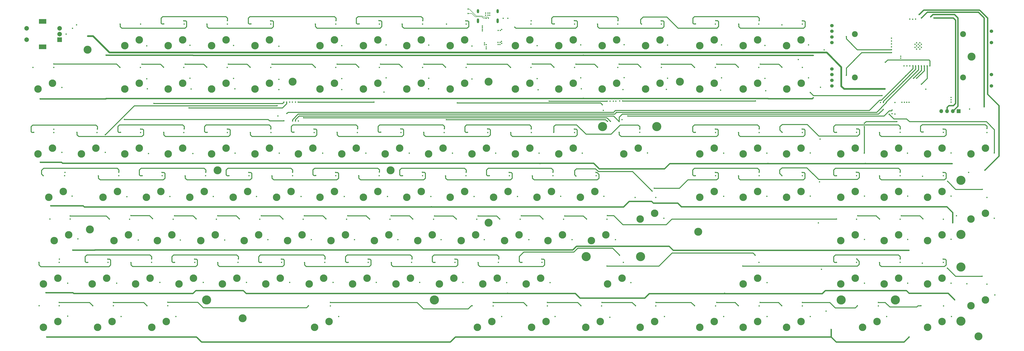
<source format=gbr>
%TF.GenerationSoftware,KiCad,Pcbnew,8.0.8*%
%TF.CreationDate,2025-04-23T12:27:23+02:00*%
%TF.ProjectId,Clavier,436c6176-6965-4722-9e6b-696361645f70,0.0*%
%TF.SameCoordinates,Original*%
%TF.FileFunction,Copper,L2,Inr*%
%TF.FilePolarity,Positive*%
%FSLAX46Y46*%
G04 Gerber Fmt 4.6, Leading zero omitted, Abs format (unit mm)*
G04 Created by KiCad (PCBNEW 8.0.8) date 2025-04-23 12:27:23*
%MOMM*%
%LPD*%
G01*
G04 APERTURE LIST*
%TA.AperFunction,ComponentPad*%
%ADD10C,4.000000*%
%TD*%
%TA.AperFunction,ComponentPad*%
%ADD11R,2.000000X2.000000*%
%TD*%
%TA.AperFunction,ComponentPad*%
%ADD12C,2.000000*%
%TD*%
%TA.AperFunction,ComponentPad*%
%ADD13R,3.200000X2.000000*%
%TD*%
%TA.AperFunction,ComponentPad*%
%ADD14C,1.524000*%
%TD*%
%TA.AperFunction,ComponentPad*%
%ADD15C,2.600000*%
%TD*%
%TA.AperFunction,ComponentPad*%
%ADD16C,3.300000*%
%TD*%
%TA.AperFunction,ComponentPad*%
%ADD17C,3.500000*%
%TD*%
%TA.AperFunction,ComponentPad*%
%ADD18R,1.700000X1.700000*%
%TD*%
%TA.AperFunction,ComponentPad*%
%ADD19O,1.700000X1.700000*%
%TD*%
%TA.AperFunction,HeatsinkPad*%
%ADD20C,0.600000*%
%TD*%
%TA.AperFunction,ComponentPad*%
%ADD21O,1.000000X1.800000*%
%TD*%
%TA.AperFunction,ComponentPad*%
%ADD22O,1.000000X2.100000*%
%TD*%
%TA.AperFunction,ViaPad*%
%ADD23C,0.600000*%
%TD*%
%TA.AperFunction,Conductor*%
%ADD24C,0.800000*%
%TD*%
%TA.AperFunction,Conductor*%
%ADD25C,0.400000*%
%TD*%
%TA.AperFunction,Conductor*%
%ADD26C,0.600000*%
%TD*%
%TA.AperFunction,Conductor*%
%ADD27C,0.200000*%
%TD*%
G04 APERTURE END LIST*
D10*
%TO.N,*%
%TO.C,S1*%
X344408750Y-161925000D03*
X368221250Y-161925000D03*
%TD*%
%TO.N,*%
%TO.C,S7*%
X449183750Y-238125000D03*
X472996250Y-238125000D03*
%TD*%
D11*
%TO.N,RE_A*%
%TO.C,SW3*%
X106140000Y-123785000D03*
D12*
%TO.N,RE_B*%
X106140000Y-118785000D03*
%TO.N,GND*%
X106140000Y-121285000D03*
D13*
X98640000Y-126885000D03*
X98640000Y-115685000D03*
D12*
%TO.N,RE_S*%
X91640000Y-118785000D03*
%TO.N,GND*%
X91640000Y-123785000D03*
%TD*%
D10*
%TO.N,*%
%TO.C,S5*%
X501730000Y-247491250D03*
X501730000Y-223678750D03*
%TD*%
%TO.N,*%
%TO.C,S6*%
X170577500Y-238125000D03*
X270590000Y-238125000D03*
%TD*%
%TO.N,*%
%TO.C,S3*%
X501730000Y-209391250D03*
X501730000Y-185578750D03*
%TD*%
%TO.N,*%
%TO.C,S4*%
X337265000Y-219075000D03*
X361077500Y-219075000D03*
%TD*%
D14*
%TO.N,unconnected-(RV2-Pad1)*%
%TO.C,RV2*%
X445140000Y-139085000D03*
%TO.N,unconnected-(RV2-Pad2)*%
X445140000Y-136585000D03*
%TO.N,unconnected-(RV2-Pad3)*%
X515140000Y-139085000D03*
%TO.N,GND*%
X445140000Y-144085000D03*
%TO.N,Net-(R27-Pad1)*%
X445140000Y-141585000D03*
%TO.N,+3.3V*%
X515140000Y-144085000D03*
D15*
%TO.N,GND*%
X455140000Y-140335000D03*
X502640000Y-140335000D03*
%TD*%
D14*
%TO.N,unconnected-(RV1-Pad1)*%
%TO.C,RV1*%
X445140000Y-120035000D03*
%TO.N,unconnected-(RV1-Pad2)*%
X445140000Y-117535000D03*
%TO.N,unconnected-(RV1-Pad3)*%
X515140000Y-120035000D03*
%TO.N,GND*%
X445140000Y-125035000D03*
%TO.N,Net-(R4-Pad2)*%
X445140000Y-122535000D03*
%TO.N,+3.3V*%
X515140000Y-125035000D03*
D15*
%TO.N,GND*%
X455140000Y-121285000D03*
X502640000Y-121285000D03*
%TD*%
D16*
%TO.N,Column 11*%
%TO.C,MX42*%
X293450000Y-171450000D03*
%TO.N,Net-(D42-A)*%
X287100000Y-173990000D03*
%TD*%
%TO.N,Column 8*%
%TO.C,MX60*%
X245825000Y-190500000D03*
%TO.N,Net-(D60-A)*%
X239475000Y-193040000D03*
%TD*%
%TO.N,Column 1*%
%TO.C,MX53*%
X107712500Y-190500000D03*
%TO.N,Net-(D53-A)*%
X101362500Y-193040000D03*
%TD*%
%TO.N,Column 11*%
%TO.C,MX84*%
X307737500Y-209550000D03*
%TO.N,Net-(D84-A)*%
X301387500Y-212090000D03*
%TD*%
%TO.N,Column 16*%
%TO.C,MX30*%
X412512500Y-142875000D03*
%TO.N,Net-(D30-A)*%
X406162500Y-145415000D03*
%TD*%
%TO.N,Column 1*%
%TO.C,MX74*%
X110093750Y-209550000D03*
%TO.N,Net-(D74-A)*%
X103743750Y-212090000D03*
%TD*%
%TO.N,Column 11*%
%TO.C,MX63*%
X302975000Y-190500000D03*
%TO.N,Net-(D63-A)*%
X296625000Y-193040000D03*
%TD*%
%TO.N,Column 17*%
%TO.C,MX15*%
X431562500Y-123825000D03*
%TO.N,Net-(D15-A)*%
X425212500Y-126365000D03*
%TD*%
%TO.N,Column 2*%
%TO.C,MX54*%
X131525000Y-190500000D03*
%TO.N,Net-(D54-A)*%
X125175000Y-193040000D03*
%TD*%
%TO.N,Column 9*%
%TO.C,MX23*%
X264875000Y-142875000D03*
%TO.N,Net-(D23-A)*%
X258525000Y-145415000D03*
%TD*%
%TO.N,Column 8*%
%TO.C,MX22*%
X245825000Y-142875000D03*
%TO.N,Net-(D22-A)*%
X239475000Y-145415000D03*
%TD*%
%TO.N,Column 14*%
%TO.C,MX45*%
X360125000Y-171450000D03*
%TO.N,Net-(D45-A)*%
X353775000Y-173990000D03*
%TD*%
%TO.N,Column 13*%
%TO.C,MX86*%
X345837500Y-209550000D03*
%TO.N,Net-(D86-A)*%
X339487500Y-212090000D03*
%TD*%
%TO.N,Column 14*%
%TO.C,MX28*%
X369650000Y-142875000D03*
%TO.N,Net-(D28-A)*%
X363300000Y-145415000D03*
%TD*%
%TO.N,Column 13*%
%TO.C,MX114*%
X343456250Y-247650000D03*
%TO.N,Net-(D114-A)*%
X337106250Y-250190000D03*
%TD*%
%TO.N,Column 16*%
%TO.C,MX68*%
X412512500Y-190500000D03*
%TO.N,Net-(D68-A)*%
X406162500Y-193040000D03*
%TD*%
%TO.N,Column 14*%
%TO.C,MX115*%
X367268750Y-247650000D03*
%TO.N,Net-(D115-A)*%
X360918750Y-250190000D03*
%TD*%
%TO.N,Column 18*%
%TO.C,MX87*%
X455375000Y-209550000D03*
%TO.N,Net-(D87-A)*%
X449025000Y-212090000D03*
%TD*%
%TO.N,Column 16*%
%TO.C,MX117*%
X412512500Y-247650000D03*
%TO.N,Net-(D117-A)*%
X406162500Y-250190000D03*
%TD*%
%TO.N,Column 6*%
%TO.C,MX20*%
X198200000Y-142875000D03*
%TO.N,Net-(D20-A)*%
X191850000Y-145415000D03*
%TD*%
D17*
%TO.N,GND*%
%TO.C,H6*%
X294415166Y-142177270D03*
%TD*%
D16*
%TO.N,Column 6*%
%TO.C,MX58*%
X207725000Y-190500000D03*
%TO.N,Net-(D58-A)*%
X201375000Y-193040000D03*
%TD*%
%TO.N,Column 12*%
%TO.C,MX101*%
X317262500Y-228600000D03*
%TO.N,Net-(D101-A)*%
X310912500Y-231140000D03*
%TD*%
%TO.N,Column 12*%
%TO.C,MX64*%
X322025000Y-190500000D03*
%TO.N,Net-(D64-A)*%
X315675000Y-193040000D03*
%TD*%
D18*
%TO.N,GND*%
%TO.C,J2*%
X500715166Y-155177270D03*
D19*
%TO.N,GPIO2*%
X498175166Y-155177270D03*
%TO.N,GPIO1*%
X495635166Y-155177270D03*
%TO.N,Net-(J2-Pin_4)*%
X493095166Y-155177270D03*
%TD*%
D16*
%TO.N,Column 14*%
%TO.C,MX66*%
X367268750Y-200025000D03*
%TO.N,Net-(D66-A)*%
X360918750Y-202565000D03*
%TD*%
%TO.N,Column 6*%
%TO.C,MX95*%
X202962500Y-228600000D03*
%TO.N,Net-(D95-A)*%
X196612500Y-231140000D03*
%TD*%
%TO.N,Column 16*%
%TO.C,MX14*%
X412512500Y-123825000D03*
%TO.N,Net-(D14-A)*%
X406162500Y-126365000D03*
%TD*%
%TO.N,Column 12*%
%TO.C,MX85*%
X326787500Y-209550000D03*
%TO.N,Net-(D85-A)*%
X320437500Y-212090000D03*
%TD*%
%TO.N,Column 10*%
%TO.C,MX99*%
X279162500Y-228600000D03*
%TO.N,Net-(D99-A)*%
X272812500Y-231140000D03*
%TD*%
%TO.N,Column 12*%
%TO.C,MX113*%
X319643750Y-247650000D03*
%TO.N,Net-(D113-A)*%
X313293750Y-250190000D03*
%TD*%
%TO.N,Column 9*%
%TO.C,MX61*%
X264875000Y-190500000D03*
%TO.N,Net-(D61-A)*%
X258525000Y-193040000D03*
%TD*%
%TO.N,Column 3*%
%TO.C,MX1*%
X141050000Y-123825000D03*
%TO.N,Net-(D1-A)*%
X134700000Y-126365000D03*
%TD*%
%TO.N,Column 18*%
%TO.C,MX49*%
X455375000Y-171450000D03*
%TO.N,Net-(D49-A)*%
X449025000Y-173990000D03*
%TD*%
%TO.N,Column 13*%
%TO.C,MX44*%
X331550000Y-171450000D03*
%TO.N,Net-(D44-A)*%
X325200000Y-173990000D03*
%TD*%
%TO.N,Column 15*%
%TO.C,MX116*%
X393462500Y-247650000D03*
%TO.N,Net-(D116-A)*%
X387112500Y-250190000D03*
%TD*%
D17*
%TO.N,GND*%
%TO.C,H7*%
X294415166Y-204177270D03*
%TD*%
D16*
%TO.N,Column 5*%
%TO.C,MX19*%
X179150000Y-142875000D03*
%TO.N,Net-(D19-A)*%
X172800000Y-145415000D03*
%TD*%
%TO.N,Column 12*%
%TO.C,MX10*%
X331550000Y-123825000D03*
%TO.N,Net-(D10-A)*%
X325200000Y-126365000D03*
%TD*%
%TO.N,Column 2*%
%TO.C,MX75*%
X136287500Y-209550000D03*
%TO.N,Net-(D75-A)*%
X129937500Y-212090000D03*
%TD*%
%TO.N,Column 14*%
%TO.C,MX12*%
X369650000Y-123825000D03*
%TO.N,Net-(D12-A)*%
X363300000Y-126365000D03*
%TD*%
%TO.N,Column 6*%
%TO.C,MX37*%
X198200000Y-171450000D03*
%TO.N,Net-(D37-A)*%
X191850000Y-173990000D03*
%TD*%
%TO.N,Column 7*%
%TO.C,MX96*%
X222012500Y-228600000D03*
%TO.N,Net-(D96-A)*%
X215662500Y-231140000D03*
%TD*%
%TO.N,Column 3*%
%TO.C,MX76*%
X155337500Y-209550000D03*
%TO.N,Net-(D76-A)*%
X148987500Y-212090000D03*
%TD*%
D17*
%TO.N,GND*%
%TO.C,H10*%
X175415166Y-181177270D03*
%TD*%
D16*
%TO.N,Column 5*%
%TO.C,MX57*%
X188675000Y-190500000D03*
%TO.N,Net-(D57-A)*%
X182325000Y-193040000D03*
%TD*%
%TO.N,Column 17*%
%TO.C,MX48*%
X431562500Y-171450000D03*
%TO.N,Net-(D48-A)*%
X425212500Y-173990000D03*
%TD*%
%TO.N,Column 21*%
%TO.C,MX73*%
X512525000Y-200025000D03*
%TO.N,Net-(D73-A)*%
X506175000Y-202565000D03*
%TD*%
%TO.N,Column 20*%
%TO.C,MX106*%
X493475000Y-228600000D03*
%TO.N,Net-(D106-A)*%
X487125000Y-231140000D03*
%TD*%
%TO.N,Column 3*%
%TO.C,MX92*%
X145812500Y-228600000D03*
%TO.N,Net-(D92-A)*%
X139462500Y-231140000D03*
%TD*%
%TO.N,Column 20*%
%TO.C,MX89*%
X493475000Y-209550000D03*
%TO.N,Net-(D89-A)*%
X487125000Y-212090000D03*
%TD*%
%TO.N,Column 2*%
%TO.C,MX109*%
X129143750Y-247650000D03*
%TO.N,Net-(D109-A)*%
X122793750Y-250190000D03*
%TD*%
%TO.N,Column 10*%
%TO.C,MX24*%
X283925000Y-142875000D03*
%TO.N,Net-(D24-A)*%
X277575000Y-145415000D03*
%TD*%
%TO.N,Column 3*%
%TO.C,MX110*%
X152956250Y-247650000D03*
%TO.N,Net-(D110-A)*%
X146606250Y-250190000D03*
%TD*%
%TO.N,Column 3*%
%TO.C,MX34*%
X141050000Y-171450000D03*
%TO.N,Net-(D34-A)*%
X134700000Y-173990000D03*
%TD*%
%TO.N,Column 7*%
%TO.C,MX5*%
X226775000Y-123825000D03*
%TO.N,Net-(D5-A)*%
X220425000Y-126365000D03*
%TD*%
%TO.N,Column 17*%
%TO.C,MX31*%
X431610176Y-142875000D03*
%TO.N,Net-(D31-A)*%
X425260176Y-145415000D03*
%TD*%
D17*
%TO.N,GND*%
%TO.C,H8*%
X208415166Y-142177270D03*
%TD*%
D16*
%TO.N,Column 9*%
%TO.C,MX40*%
X255350000Y-171450000D03*
%TO.N,Net-(D40-A)*%
X249000000Y-173990000D03*
%TD*%
%TO.N,Column 9*%
%TO.C,MX82*%
X269637500Y-209550000D03*
%TO.N,Net-(D82-A)*%
X263287500Y-212090000D03*
%TD*%
%TO.N,Column 6*%
%TO.C,MX79*%
X212487500Y-209550000D03*
%TO.N,Net-(D79-A)*%
X206137500Y-212090000D03*
%TD*%
%TO.N,Column 3*%
%TO.C,MX55*%
X150575000Y-190500000D03*
%TO.N,Net-(D55-A)*%
X144225000Y-193040000D03*
%TD*%
%TO.N,Column 4*%
%TO.C,MX56*%
X169625000Y-190500000D03*
%TO.N,Net-(D56-A)*%
X163275000Y-193040000D03*
%TD*%
D17*
%TO.N,GND*%
%TO.C,H4*%
X506415166Y-131177270D03*
%TD*%
D16*
%TO.N,Column 15*%
%TO.C,MX13*%
X393462500Y-123825000D03*
%TO.N,Net-(D13-A)*%
X387112500Y-126365000D03*
%TD*%
%TO.N,Column 19*%
%TO.C,MX71*%
X474425000Y-190500000D03*
%TO.N,Net-(D71-A)*%
X468075000Y-193040000D03*
%TD*%
D17*
%TO.N,GND*%
%TO.C,H2*%
X118415166Y-128177270D03*
%TD*%
D16*
%TO.N,Column 13*%
%TO.C,MX65*%
X341075000Y-190500000D03*
%TO.N,Net-(D65-A)*%
X334725000Y-193040000D03*
%TD*%
%TO.N,Column 1*%
%TO.C,MX90*%
X105331250Y-228600000D03*
%TO.N,Net-(D90-A)*%
X98981250Y-231140000D03*
%TD*%
%TO.N,Column 20*%
%TO.C,MX120*%
X493475000Y-247650000D03*
%TO.N,Net-(D120-A)*%
X487125000Y-250190000D03*
%TD*%
D20*
%TO.N,GND*%
%TO.C,U1*%
X482305000Y-127865000D03*
X483705000Y-127865000D03*
X481605000Y-127165000D03*
X483005000Y-127165000D03*
X484405000Y-127165000D03*
X482305000Y-126465000D03*
X483705000Y-126465000D03*
X481605000Y-125765000D03*
X483005000Y-125765000D03*
X484405000Y-125765000D03*
X482305000Y-125065000D03*
X483705000Y-125065000D03*
%TD*%
D16*
%TO.N,Column 13*%
%TO.C,MX11*%
X350600000Y-123825000D03*
%TO.N,Net-(D11-A)*%
X344250000Y-126365000D03*
%TD*%
D17*
%TO.N,GND*%
%TO.C,H11*%
X378415166Y-142177270D03*
%TD*%
%TO.N,GND*%
%TO.C,H12*%
X251415166Y-181177270D03*
%TD*%
D16*
%TO.N,Column 4*%
%TO.C,MX2*%
X160100000Y-123825000D03*
%TO.N,Net-(D2-A)*%
X153750000Y-126365000D03*
%TD*%
%TO.N,Column 4*%
%TO.C,MX93*%
X164862500Y-228600000D03*
%TO.N,Net-(D93-A)*%
X158512500Y-231140000D03*
%TD*%
%TO.N,Column 7*%
%TO.C,MX59*%
X226775000Y-190500000D03*
%TO.N,Net-(D59-A)*%
X220425000Y-193040000D03*
%TD*%
%TO.N,Column 8*%
%TO.C,MX39*%
X236300000Y-171450000D03*
%TO.N,Net-(D39-A)*%
X229950000Y-173990000D03*
%TD*%
%TO.N,Column 4*%
%TO.C,MX77*%
X174387500Y-209550000D03*
%TO.N,Net-(D77-A)*%
X168037500Y-212090000D03*
%TD*%
D17*
%TO.N,GND*%
%TO.C,H3*%
X509414200Y-254178000D03*
%TD*%
D16*
%TO.N,Column 4*%
%TO.C,MX18*%
X160100000Y-142875000D03*
%TO.N,Net-(D18-A)*%
X153750000Y-145415000D03*
%TD*%
%TO.N,Column 3*%
%TO.C,MX17*%
X141050000Y-142875000D03*
%TO.N,Net-(D17-A)*%
X134700000Y-145415000D03*
%TD*%
%TO.N,Column 19*%
%TO.C,MX50*%
X474425000Y-171450000D03*
%TO.N,Net-(D50-A)*%
X468075000Y-173990000D03*
%TD*%
%TO.N,Column 10*%
%TO.C,MX41*%
X274400000Y-171450000D03*
%TO.N,Net-(D41-A)*%
X268050000Y-173990000D03*
%TD*%
%TO.N,Column 16*%
%TO.C,MX103*%
X412512500Y-228600000D03*
%TO.N,Net-(D103-A)*%
X406162500Y-231140000D03*
%TD*%
%TO.N,Column 5*%
%TO.C,MX78*%
X193437500Y-209550000D03*
%TO.N,Net-(D78-A)*%
X187087500Y-212090000D03*
%TD*%
%TO.N,Column 18*%
%TO.C,MX70*%
X455375000Y-190500000D03*
%TO.N,Net-(D70-A)*%
X449025000Y-193040000D03*
%TD*%
%TO.N,Column 12*%
%TO.C,MX43*%
X312500000Y-171450000D03*
%TO.N,Net-(D43-A)*%
X306150000Y-173990000D03*
%TD*%
%TO.N,Column 9*%
%TO.C,MX98*%
X260112500Y-228600000D03*
%TO.N,Net-(D98-A)*%
X253762500Y-231140000D03*
%TD*%
D17*
%TO.N,GND*%
%TO.C,H9*%
X119415166Y-207177270D03*
%TD*%
D16*
%TO.N,Column 18*%
%TO.C,MX104*%
X455375000Y-228600000D03*
%TO.N,Net-(D104-A)*%
X449025000Y-231140000D03*
%TD*%
%TO.N,Column 11*%
%TO.C,MX100*%
X298212500Y-228600000D03*
%TO.N,Net-(D100-A)*%
X291862500Y-231140000D03*
%TD*%
%TO.N,Column 21*%
%TO.C,MX52*%
X512525000Y-171450000D03*
%TO.N,Net-(D52-A)*%
X506175000Y-173990000D03*
%TD*%
%TO.N,Column 20*%
%TO.C,MX72*%
X493475000Y-190500000D03*
%TO.N,Net-(D72-A)*%
X487125000Y-193040000D03*
%TD*%
%TO.N,Column 11*%
%TO.C,MX9*%
X312500000Y-123825000D03*
%TO.N,Net-(D9-A)*%
X306150000Y-126365000D03*
%TD*%
%TO.N,Column 5*%
%TO.C,MX94*%
X183912500Y-228600000D03*
%TO.N,Net-(D94-A)*%
X177562500Y-231140000D03*
%TD*%
%TO.N,Column 12*%
%TO.C,MX26*%
X331550000Y-142875000D03*
%TO.N,Net-(D26-A)*%
X325200000Y-145415000D03*
%TD*%
%TO.N,Column 8*%
%TO.C,MX97*%
X241062500Y-228600000D03*
%TO.N,Net-(D97-A)*%
X234712500Y-231140000D03*
%TD*%
%TO.N,Column 9*%
%TO.C,MX7*%
X264875000Y-123825000D03*
%TO.N,Net-(D7-A)*%
X258525000Y-126365000D03*
%TD*%
%TO.N,Column 20*%
%TO.C,MX51*%
X493475000Y-171450000D03*
%TO.N,Net-(D51-A)*%
X487125000Y-173990000D03*
%TD*%
%TO.N,Column 19*%
%TO.C,MX88*%
X474425000Y-209550000D03*
%TO.N,Net-(D88-A)*%
X468075000Y-212090000D03*
%TD*%
%TO.N,Column 4*%
%TO.C,MX35*%
X160100000Y-171450000D03*
%TO.N,Net-(D35-A)*%
X153750000Y-173990000D03*
%TD*%
%TO.N,Column 1*%
%TO.C,MX16*%
X102950000Y-142875000D03*
%TO.N,Net-(D16-A)*%
X96600000Y-145415000D03*
%TD*%
%TO.N,Column 10*%
%TO.C,MX83*%
X288687500Y-209550000D03*
%TO.N,Net-(D83-A)*%
X282337500Y-212090000D03*
%TD*%
%TO.N,Column 5*%
%TO.C,MX3*%
X179150000Y-123825000D03*
%TO.N,Net-(D3-A)*%
X172800000Y-126365000D03*
%TD*%
D17*
%TO.N,GND*%
%TO.C,H5*%
X386415166Y-208176570D03*
%TD*%
D16*
%TO.N,Column 1*%
%TO.C,MX108*%
X105331250Y-247650000D03*
%TO.N,Net-(D108-A)*%
X98981250Y-250190000D03*
%TD*%
D17*
%TO.N,GND*%
%TO.C,H1*%
X186415166Y-246177270D03*
%TD*%
D16*
%TO.N,Column 15*%
%TO.C,MX67*%
X393462500Y-190500000D03*
%TO.N,Net-(D67-A)*%
X387112500Y-193040000D03*
%TD*%
%TO.N,Column 13*%
%TO.C,MX102*%
X352981250Y-228600000D03*
%TO.N,Net-(D102-A)*%
X346631250Y-231140000D03*
%TD*%
%TO.N,Column 10*%
%TO.C,MX62*%
X283925000Y-190500000D03*
%TO.N,Net-(D62-A)*%
X277575000Y-193040000D03*
%TD*%
D21*
%TO.N,GND*%
%TO.C,J1*%
X289772471Y-111232529D03*
D22*
X289772471Y-115432529D03*
D21*
X298412471Y-111232529D03*
D22*
X298412471Y-115432529D03*
%TD*%
D16*
%TO.N,Column 5*%
%TO.C,MX36*%
X179150000Y-171450000D03*
%TO.N,Net-(D36-A)*%
X172800000Y-173990000D03*
%TD*%
%TO.N,Column 18*%
%TO.C,MX119*%
X464900000Y-247650000D03*
%TO.N,Net-(D119-A)*%
X458550000Y-250190000D03*
%TD*%
%TO.N,Column 1*%
%TO.C,MX32*%
X102950000Y-171450000D03*
%TO.N,Net-(D32-A)*%
X96600000Y-173990000D03*
%TD*%
%TO.N,Column 6*%
%TO.C,MX4*%
X198200000Y-123825000D03*
%TO.N,Net-(D4-A)*%
X191850000Y-126365000D03*
%TD*%
%TO.N,Column 17*%
%TO.C,MX118*%
X431562500Y-247650000D03*
%TO.N,Net-(D118-A)*%
X425212500Y-250190000D03*
%TD*%
%TO.N,Column 8*%
%TO.C,MX81*%
X250587500Y-209550000D03*
%TO.N,Net-(D81-A)*%
X244237500Y-212090000D03*
%TD*%
%TO.N,Column 7*%
%TO.C,MX21*%
X226775000Y-142875000D03*
%TO.N,Net-(D21-A)*%
X220425000Y-145415000D03*
%TD*%
%TO.N,Column 11*%
%TO.C,MX112*%
X295831250Y-247650000D03*
%TO.N,Net-(D112-A)*%
X289481250Y-250190000D03*
%TD*%
%TO.N,Column 17*%
%TO.C,MX69*%
X431562500Y-190500000D03*
%TO.N,Net-(D69-A)*%
X425212500Y-193040000D03*
%TD*%
%TO.N,Column 8*%
%TO.C,MX6*%
X245825000Y-123825000D03*
%TO.N,Net-(D6-A)*%
X239475000Y-126365000D03*
%TD*%
%TO.N,Column 7*%
%TO.C,MX80*%
X231537500Y-209550000D03*
%TO.N,Net-(D80-A)*%
X225187500Y-212090000D03*
%TD*%
%TO.N,Column 15*%
%TO.C,MX46*%
X393462500Y-171450000D03*
%TO.N,Net-(D46-A)*%
X387112500Y-173990000D03*
%TD*%
%TO.N,Column 7*%
%TO.C,MX38*%
X217250000Y-171450000D03*
%TO.N,Net-(D38-A)*%
X210900000Y-173990000D03*
%TD*%
%TO.N,Column 2*%
%TO.C,MX33*%
X122000000Y-171450000D03*
%TO.N,Net-(D33-A)*%
X115650000Y-173990000D03*
%TD*%
%TO.N,Column 7*%
%TO.C,MX111*%
X224393750Y-247650000D03*
%TO.N,Net-(D111-A)*%
X218043750Y-250190000D03*
%TD*%
%TO.N,Column 19*%
%TO.C,MX105*%
X474425000Y-228600000D03*
%TO.N,Net-(D105-A)*%
X468075000Y-231140000D03*
%TD*%
%TO.N,Column 2*%
%TO.C,MX91*%
X126762500Y-228600000D03*
%TO.N,Net-(D91-A)*%
X120412500Y-231140000D03*
%TD*%
%TO.N,Column 10*%
%TO.C,MX8*%
X283925000Y-123825000D03*
%TO.N,Net-(D8-A)*%
X277575000Y-126365000D03*
%TD*%
%TO.N,Column 11*%
%TO.C,MX25*%
X312500000Y-142875000D03*
%TO.N,Net-(D25-A)*%
X306150000Y-145415000D03*
%TD*%
%TO.N,Column 13*%
%TO.C,MX27*%
X350600000Y-142875000D03*
%TO.N,Net-(D27-A)*%
X344250000Y-145415000D03*
%TD*%
%TO.N,Column 16*%
%TO.C,MX47*%
X412512500Y-171450000D03*
%TO.N,Net-(D47-A)*%
X406162500Y-173990000D03*
%TD*%
%TO.N,Column 15*%
%TO.C,MX29*%
X393462500Y-142875000D03*
%TO.N,Net-(D29-A)*%
X387112500Y-145415000D03*
%TD*%
%TO.N,Column 21*%
%TO.C,MX107*%
X512525000Y-238125000D03*
%TO.N,Net-(D107-A)*%
X506175000Y-240665000D03*
%TD*%
D23*
%TO.N,+5V*%
X227353750Y-116852500D03*
X227353750Y-183552500D03*
X413153750Y-164552500D03*
X184453750Y-221652500D03*
X477940000Y-151265000D03*
X313053750Y-135952500D03*
X232053750Y-202652500D03*
X466459403Y-151351708D03*
X296440000Y-240765000D03*
X105953125Y-240665000D03*
X475053750Y-221652500D03*
X497415166Y-149177270D03*
X236853750Y-164552500D03*
X179653750Y-135952500D03*
X327353750Y-202652500D03*
X193953750Y-202652500D03*
X455953750Y-202652500D03*
X394053750Y-240752500D03*
X265453750Y-183552500D03*
X284540000Y-116865000D03*
X494053750Y-202652500D03*
X394053750Y-183552500D03*
X303553750Y-183552500D03*
X351153750Y-116852500D03*
X224940000Y-240765000D03*
X475053750Y-202652500D03*
X108340000Y-183565000D03*
X179753750Y-164552500D03*
X432140000Y-135965000D03*
X370240000Y-135965000D03*
X255953750Y-164552500D03*
X513140000Y-164565000D03*
X313153750Y-164552500D03*
X475053750Y-164452500D03*
X293340000Y-126965000D03*
X153585000Y-240710000D03*
X105953125Y-221665000D03*
X198840000Y-116865000D03*
X351153750Y-135952500D03*
X394053750Y-164552500D03*
X494053750Y-183552500D03*
X432153750Y-240752500D03*
X174953750Y-202652500D03*
X160653750Y-164552500D03*
X293340000Y-127765000D03*
X455953750Y-221652500D03*
X170153750Y-183552500D03*
X322653750Y-183552500D03*
X289253750Y-202652500D03*
X227353750Y-135952500D03*
X274953750Y-164552500D03*
X360740000Y-164465000D03*
X432153750Y-164552500D03*
X494053750Y-221652500D03*
X141653750Y-116852500D03*
X222553750Y-221652500D03*
X201940000Y-157265000D03*
X160753750Y-116852500D03*
X313053750Y-116852500D03*
X465540000Y-240765000D03*
X141553750Y-135952500D03*
X367840000Y-240765000D03*
X455953750Y-164452500D03*
X246353750Y-183552500D03*
X332153750Y-116852500D03*
X494140000Y-240765000D03*
X294053750Y-164552500D03*
X165453125Y-221665000D03*
X203553750Y-221652500D03*
X475840000Y-151265000D03*
X284453750Y-183552500D03*
X370240000Y-116865000D03*
X344740000Y-154865000D03*
X179753750Y-116852500D03*
X413153750Y-183552500D03*
X129753125Y-240665000D03*
X217853750Y-164552500D03*
X270253750Y-202652500D03*
X246453750Y-116852500D03*
X455953750Y-183552500D03*
X208353750Y-183552500D03*
X279653750Y-221652500D03*
X198853750Y-164552500D03*
X513140000Y-231165000D03*
X251153750Y-202652500D03*
X413140000Y-221665000D03*
X198840000Y-135965000D03*
X189253750Y-183552500D03*
X151153750Y-183552500D03*
X494053750Y-164452500D03*
X344040000Y-240765000D03*
X346353750Y-202652500D03*
X308253750Y-202652500D03*
X367840000Y-193065000D03*
X341653750Y-183552500D03*
X146453125Y-221665000D03*
X292640000Y-125165000D03*
X320240000Y-240765000D03*
X284540000Y-135965000D03*
X265453750Y-116852500D03*
X292640000Y-125965000D03*
X103540000Y-164565000D03*
X260653750Y-221652500D03*
X497415166Y-150177270D03*
X127353125Y-221665000D03*
X136853750Y-202652500D03*
X413053750Y-135952500D03*
X103540000Y-135965000D03*
X265453750Y-135952500D03*
X246453750Y-135952500D03*
X505140000Y-182065000D03*
X393953750Y-116852500D03*
X210907547Y-159465000D03*
X432153750Y-183552500D03*
X332153750Y-164552500D03*
X353540000Y-221665000D03*
X497415166Y-151177270D03*
X393953750Y-135952500D03*
X160653750Y-135952500D03*
X413153750Y-240752500D03*
X213053750Y-202652500D03*
X352996983Y-158886995D03*
X413053750Y-116852500D03*
X478940000Y-151265000D03*
X110740000Y-202565000D03*
X132053750Y-183552500D03*
X475053750Y-183552500D03*
X293340000Y-125965000D03*
X122553750Y-164552500D03*
X505540000Y-154265000D03*
X155953750Y-202652500D03*
X241553750Y-221652500D03*
X432140000Y-116852500D03*
X513140000Y-193065000D03*
X476940000Y-151265000D03*
X317853750Y-221652500D03*
X332153750Y-135952500D03*
X298753750Y-221652500D03*
X141653750Y-164552500D03*
%TO.N,+3.3V*%
X468320466Y-145377270D03*
X118427500Y-122177500D03*
X486362516Y-145524620D03*
%TO.N,EN*%
X488140000Y-135265000D03*
X468540000Y-133665000D03*
%TO.N,RE_S*%
X113540000Y-117265000D03*
X479305487Y-114734336D03*
%TO.N,RE_A*%
X108940000Y-121265000D03*
X481858341Y-114715214D03*
%TO.N,RE_B*%
X480550047Y-114748679D03*
X111772500Y-118785000D03*
%TO.N,Row 1*%
X441740000Y-128265000D03*
X471295000Y-123065000D03*
%TO.N,Row 2*%
X471272284Y-124325512D03*
X440140000Y-144665000D03*
%TO.N,Row 3*%
X471253948Y-125597284D03*
X439940000Y-167465000D03*
%TO.N,Row 4*%
X471253948Y-126859370D03*
X439727500Y-186277500D03*
%TO.N,Row 5*%
X439140000Y-204265000D03*
X476763830Y-135274044D03*
%TO.N,Row 6*%
X440540000Y-224665000D03*
X478072124Y-135240579D03*
%TO.N,Row 7*%
X442540000Y-243065000D03*
X479316684Y-135254922D03*
%TO.N,POT 1*%
X471279022Y-128162761D03*
X451415166Y-122377270D03*
%TO.N,POT 2*%
X451415166Y-139377270D03*
X471295000Y-129465000D03*
%TO.N,Net-(D1-K)*%
X316958528Y-130602736D03*
X417078352Y-130586824D03*
X269333528Y-130602736D03*
X250327352Y-130586824D03*
X183840000Y-130586824D03*
X436890000Y-130586824D03*
X164602352Y-130586824D03*
X397984528Y-130602736D03*
X297952352Y-130586824D03*
X126502352Y-130531000D03*
X336052352Y-130543000D03*
X145508528Y-130546912D03*
X212227352Y-130586824D03*
X355058528Y-130586824D03*
X378978352Y-130586824D03*
X231233528Y-130602736D03*
%TO.N,Net-(D16-K)*%
X417122176Y-149648824D03*
X336096176Y-149521824D03*
X97590176Y-149720000D03*
X250371176Y-149648824D03*
X164646176Y-149648824D03*
X297996176Y-149648824D03*
X317002352Y-149664736D03*
X436890000Y-149265000D03*
X355102352Y-149537736D03*
X183652352Y-149664736D03*
X212271176Y-149648824D03*
X126546176Y-149593000D03*
X269377352Y-149664736D03*
X398028352Y-149664736D03*
X231277352Y-149664736D03*
X145552352Y-149608912D03*
X379022176Y-149648824D03*
%TO.N,Net-(D32-K)*%
X297908528Y-178100736D03*
X97606088Y-177576824D03*
X479040000Y-178165000D03*
X145508528Y-178100736D03*
X459833528Y-178100736D03*
X259808528Y-178044912D03*
X354940000Y-180465000D03*
X398028352Y-178165000D03*
X278902352Y-178084824D03*
X126502352Y-178084824D03*
X240802352Y-178029000D03*
X440840000Y-178165000D03*
X497869264Y-178165000D03*
X317046176Y-178168000D03*
X164602352Y-178029000D03*
X417078352Y-178084824D03*
X379040000Y-178165000D03*
X202702352Y-178084824D03*
X107408528Y-178044912D03*
X221708528Y-178100736D03*
X183608528Y-178044912D03*
%TO.N,Net-(D53-K)*%
X193260528Y-197221912D03*
X250540000Y-197221912D03*
X212398176Y-197218000D03*
X353920000Y-196948088D03*
X288471176Y-197218000D03*
X116933528Y-197221912D03*
X478971176Y-197146824D03*
X269377352Y-197178088D03*
X326527352Y-197206000D03*
X102234176Y-196765000D03*
X155077352Y-197233912D03*
X231404352Y-197233912D03*
X417122176Y-197146824D03*
X398028352Y-197162736D03*
X136071176Y-197218000D03*
X307477352Y-197233912D03*
X459877352Y-197162736D03*
X379022176Y-197146824D03*
X440871176Y-197146824D03*
X498065000Y-204159176D03*
X174127352Y-197206000D03*
%TO.N,Net-(D74-K)*%
X217053352Y-216156912D03*
X331353352Y-216156912D03*
X140770176Y-216141000D03*
X459833528Y-216327736D03*
X274203352Y-216156912D03*
X111830088Y-216184824D03*
X440827352Y-216311824D03*
X293253352Y-216101088D03*
X312347176Y-216141000D03*
X121676352Y-216101088D03*
X255197176Y-216141000D03*
X236103352Y-216101088D03*
X478927352Y-216311824D03*
X178953352Y-216101088D03*
X198047176Y-216141000D03*
X159776352Y-216156912D03*
%TO.N,Net-(D100-K)*%
X100130176Y-234937000D03*
X167690000Y-234065000D03*
X398028352Y-235179000D03*
X131400000Y-235234824D03*
X150400000Y-235234824D03*
X207528352Y-235234824D03*
X264722176Y-235246824D03*
X346940000Y-237265000D03*
X478971176Y-235206912D03*
X302822176Y-235191000D03*
X245628352Y-235234824D03*
X498993352Y-238068176D03*
X283728352Y-235234824D03*
X188478352Y-235290648D03*
X226578352Y-235290648D03*
X440871176Y-235373824D03*
X458290000Y-233965000D03*
X112278352Y-235234824D03*
%TO.N,Net-(D108-K)*%
X478971176Y-254368000D03*
X328984176Y-254368000D03*
X444740000Y-251065000D03*
X207440000Y-256600000D03*
X281359176Y-254368000D03*
X305108176Y-254368000D03*
X138484176Y-254368000D03*
X352733176Y-254368000D03*
X114691352Y-254383912D03*
X100440000Y-254368000D03*
X457000000Y-256600000D03*
X378895176Y-254368000D03*
X416995176Y-254368000D03*
X397945176Y-254368000D03*
%TO.N,Net-(J1-CC2)*%
X294340000Y-114265000D03*
X285390000Y-110265000D03*
%TO.N,Net-(J1-CC1)*%
X293394073Y-114348363D03*
X285390000Y-112265000D03*
%TO.N,Net-(LED1-DIN)*%
X160640000Y-115415000D03*
X132690000Y-116915000D03*
%TO.N,Net-(LED2-DIN)*%
X179798750Y-115335000D03*
X151848750Y-116835000D03*
%TO.N,Net-(LED3-DIN)*%
X170790000Y-116915000D03*
X198740000Y-115415000D03*
%TO.N,Net-(LED4-DIN)*%
X227454983Y-115353708D03*
X190093750Y-116835000D03*
%TO.N,Net-(LED5-DIN)*%
X246302500Y-115395000D03*
X218352500Y-116895000D03*
%TO.N,Net-(LED6-DIN)*%
X237548750Y-116835000D03*
X265498750Y-115335000D03*
%TO.N,Net-(LED7-DIN)*%
X256490000Y-116915000D03*
X284440000Y-115415000D03*
%TO.N,Net-(LED8-DIN)*%
X313140000Y-115465000D03*
X275940000Y-116865000D03*
%TO.N,Net-(LED10-DOUT)*%
X332102500Y-115395000D03*
X305940000Y-118265000D03*
%TO.N,Net-(LED10-DIN)*%
X323298750Y-116835000D03*
X351248750Y-115335000D03*
%TO.N,Net-(LED11-DIN)*%
X342240000Y-116915000D03*
X370190000Y-115415000D03*
%TO.N,Net-(LED12-DIN)*%
X361540000Y-116865000D03*
X394102500Y-115395000D03*
%TO.N,Net-(LED13-DIN)*%
X413198750Y-115335000D03*
X385248750Y-116835000D03*
%TO.N,Net-(LED14-DIN)*%
X404190000Y-116915000D03*
X432140000Y-115415000D03*
%TO.N,Net-(LED15-DIN)*%
X423140000Y-117265000D03*
X430390000Y-132515000D03*
%TO.N,Net-(LED16-DOUT)*%
X103590000Y-134415000D03*
X132577500Y-135902500D03*
%TO.N,Net-(LED16-DIN)*%
X94390000Y-135915000D03*
X103552500Y-163095000D03*
%TO.N,Net-(LED17-DOUT)*%
X142217500Y-134495000D03*
X151717500Y-135890000D03*
%TO.N,Net-(LED18-DOUT)*%
X161217500Y-134495000D03*
X170717500Y-135890000D03*
%TO.N,Net-(LED19-DOUT)*%
X180215000Y-134495000D03*
X189715000Y-135890000D03*
%TO.N,Net-(LED20-DOUT)*%
X199340000Y-134465000D03*
X218340000Y-135915000D03*
%TO.N,Net-(LED21-DOUT)*%
X237417500Y-135890000D03*
X227917500Y-134495000D03*
%TO.N,Net-(LED22-DOUT)*%
X246967500Y-134495000D03*
X256467500Y-135890000D03*
%TO.N,Net-(LED23-DOUT)*%
X266017500Y-134495000D03*
X275517500Y-135890000D03*
%TO.N,Net-(LED24-DOUT)*%
X304070000Y-135945000D03*
X285070000Y-134495000D03*
%TO.N,Net-(LED25-DOUT)*%
X323117500Y-135840000D03*
X313617500Y-134445000D03*
%TO.N,Net-(LED26-DOUT)*%
X332717500Y-134495000D03*
X342217500Y-135890000D03*
%TO.N,Net-(LED27-DOUT)*%
X351717500Y-134495000D03*
X361217500Y-135890000D03*
%TO.N,Net-(LED28-DOUT)*%
X384840000Y-135915000D03*
X370240000Y-134465000D03*
%TO.N,Net-(LED29-DOUT)*%
X394517500Y-134495000D03*
X404017500Y-135890000D03*
%TO.N,Net-(LED30-DOUT)*%
X413667500Y-134495000D03*
X423167500Y-135890000D03*
%TO.N,Net-(LED32-DIN)*%
X94740000Y-164515000D03*
X122690000Y-163015000D03*
%TO.N,Net-(LED33-DIN)*%
X141690000Y-163015000D03*
X113740000Y-164515000D03*
%TO.N,Net-(LED34-DIN)*%
X132848750Y-164435000D03*
X160798750Y-162935000D03*
%TO.N,Net-(LED35-DIN)*%
X179740000Y-163015000D03*
X151790000Y-164515000D03*
%TO.N,Net-(LED36-DIN)*%
X198848750Y-162960000D03*
X170898750Y-164460000D03*
%TO.N,Net-(LED37-DIN)*%
X189840000Y-164540000D03*
X217790000Y-163040000D03*
%TO.N,Net-(LED38-DIN)*%
X208998750Y-164410000D03*
X236948750Y-162910000D03*
%TO.N,Net-(LED39-DIN)*%
X255890000Y-162990000D03*
X227940000Y-164490000D03*
%TO.N,Net-(LED40-DIN)*%
X274998750Y-162910000D03*
X247048750Y-164410000D03*
%TO.N,Net-(LED41-DIN)*%
X265990000Y-164490000D03*
X293940000Y-162990000D03*
%TO.N,Net-(LED42-DIN)*%
X313148750Y-162960000D03*
X285198750Y-164460000D03*
%TO.N,Net-(LED43-DIN)*%
X304140000Y-164540000D03*
X332090000Y-163040000D03*
%TO.N,Net-(LED44-DIN)*%
X360740000Y-163015000D03*
X323040000Y-164465000D03*
%TO.N,Net-(LED45-DIN)*%
X393971448Y-163030685D03*
X351740000Y-164510000D03*
%TO.N,Net-(LED46-DIN)*%
X413148750Y-162960000D03*
X385198750Y-164460000D03*
%TO.N,Net-(LED47-DIN)*%
X404140000Y-164540000D03*
X432090000Y-163040000D03*
%TO.N,Net-(LED48-DIN)*%
X456002500Y-162970000D03*
X423252500Y-164470000D03*
%TO.N,Net-(LED49-DIN)*%
X447098750Y-164460000D03*
X475048750Y-162960000D03*
%TO.N,Net-(LED50-DIN)*%
X466040000Y-164540000D03*
X493990000Y-163040000D03*
%TO.N,Net-(LED51-DIN)*%
X513140000Y-162815000D03*
X485190000Y-164315000D03*
%TO.N,Net-(LED53-DOUT)*%
X108440000Y-182065000D03*
X101890000Y-202615000D03*
%TO.N,Net-(LED53-DIN)*%
X98940000Y-183565000D03*
X132090000Y-182015000D03*
%TO.N,Net-(LED54-DIN)*%
X151090000Y-182090000D03*
X123140000Y-183590000D03*
%TO.N,Net-(LED55-DIN)*%
X170248750Y-182010000D03*
X142298750Y-183510000D03*
%TO.N,Net-(LED56-DIN)*%
X161240000Y-183590000D03*
X189190000Y-182090000D03*
%TO.N,Net-(LED57-DIN)*%
X180398750Y-183510000D03*
X208348750Y-182010000D03*
%TO.N,Net-(LED58-DIN)*%
X227290000Y-182090000D03*
X199340000Y-183590000D03*
%TO.N,Net-(LED59-DIN)*%
X218498750Y-183460000D03*
X246448750Y-181960000D03*
%TO.N,Net-(LED60-DIN)*%
X237440000Y-183540000D03*
X265390000Y-182040000D03*
%TO.N,Net-(LED61-DIN)*%
X284548750Y-182010000D03*
X256598750Y-183510000D03*
%TO.N,Net-(LED62-DIN)*%
X303490000Y-182090000D03*
X275540000Y-183590000D03*
%TO.N,Net-(LED63-DIN)*%
X294698750Y-183510000D03*
X322648750Y-182010000D03*
%TO.N,Net-(LED64-DIN)*%
X341590000Y-182090000D03*
X313640000Y-183590000D03*
%TO.N,Net-(LED65-DIN)*%
X332740000Y-183665000D03*
X366183750Y-190308750D03*
%TO.N,Net-(LED66-DIN)*%
X394002500Y-182095000D03*
X358740000Y-193065000D03*
X367140000Y-189065000D03*
%TO.N,Net-(LED67-DIN)*%
X385198750Y-183510000D03*
X413148750Y-182010000D03*
%TO.N,Net-(LED68-DIN)*%
X404140000Y-183590000D03*
X432090000Y-182090000D03*
%TO.N,Net-(LED69-DIN)*%
X423140000Y-183515000D03*
X455890000Y-182015000D03*
%TO.N,Net-(LED70-DIN)*%
X475048750Y-182010000D03*
X447098750Y-183510000D03*
%TO.N,Net-(LED71-DIN)*%
X493990000Y-182090000D03*
X466040000Y-183590000D03*
%TO.N,Net-(LED72-DIN)*%
X495890000Y-186015000D03*
X511140000Y-189515000D03*
X484890000Y-183765000D03*
%TO.N,Net-(LED74-DOUT)*%
X127970000Y-202590000D03*
X110790000Y-201195000D03*
%TO.N,Net-(LED75-DOUT)*%
X137420000Y-201050000D03*
X146920000Y-202445000D03*
%TO.N,Net-(LED76-DOUT)*%
X156520000Y-201100000D03*
X166020000Y-202495000D03*
%TO.N,Net-(LED77-DOUT)*%
X175520000Y-201100000D03*
X185020000Y-202495000D03*
%TO.N,Net-(LED78-DOUT)*%
X204120000Y-202545000D03*
X194620000Y-201150000D03*
%TO.N,Net-(LED79-DOUT)*%
X213520000Y-201100000D03*
X223020000Y-202495000D03*
%TO.N,Net-(LED80-DOUT)*%
X242120000Y-202545000D03*
X232620000Y-201150000D03*
%TO.N,Net-(LED81-DOUT)*%
X261120000Y-202545000D03*
X251620000Y-201150000D03*
%TO.N,Net-(LED82-DOUT)*%
X280220000Y-202595000D03*
X270720000Y-201200000D03*
%TO.N,Net-(LED83-DOUT)*%
X299332515Y-202584187D03*
X289832515Y-201189187D03*
%TO.N,Net-(LED84-DOUT)*%
X318270000Y-202545000D03*
X308770000Y-201150000D03*
%TO.N,Net-(LED85-DOUT)*%
X327870000Y-201200000D03*
X337370000Y-202595000D03*
%TO.N,Net-(LED86-DOUT)*%
X346540000Y-201065000D03*
X447120462Y-202608273D03*
%TO.N,Net-(LED87-DOUT)*%
X465980000Y-202545000D03*
X456480000Y-201150000D03*
%TO.N,Net-(LED88-DOUT)*%
X485080000Y-202495000D03*
X475580000Y-201100000D03*
%TO.N,Net-(LED107-DIN)*%
X499765000Y-201140000D03*
X504390000Y-231015000D03*
%TO.N,Net-(LED90-DIN)*%
X127290000Y-220215000D03*
X97040000Y-221665000D03*
%TO.N,Net-(LED108-DIN)*%
X97140000Y-240665000D03*
X106040000Y-220165000D03*
%TO.N,Net-(LED91-DIN)*%
X118498750Y-221610000D03*
X146448750Y-220110000D03*
%TO.N,Net-(LED92-DIN)*%
X165390000Y-220190000D03*
X137440000Y-221690000D03*
%TO.N,Net-(LED93-DIN)*%
X184548750Y-220110000D03*
X156598750Y-221610000D03*
%TO.N,Net-(LED94-DIN)*%
X175540000Y-221690000D03*
X203490000Y-220190000D03*
%TO.N,Net-(LED95-DIN)*%
X222598750Y-220110000D03*
X194648750Y-221610000D03*
%TO.N,Net-(LED96-DIN)*%
X213590000Y-221690000D03*
X241540000Y-220190000D03*
%TO.N,Net-(LED97-DIN)*%
X232798750Y-221610000D03*
X260748750Y-220110000D03*
%TO.N,Net-(LED98-DIN)*%
X279690000Y-220190000D03*
X251740000Y-221690000D03*
%TO.N,Net-(LED100-DOUT)*%
X298848750Y-220110000D03*
X270898750Y-221610000D03*
%TO.N,Net-(LED100-DIN)*%
X289840000Y-221690000D03*
X317790000Y-220190000D03*
%TO.N,Net-(LED101-DIN)*%
X351890000Y-218515000D03*
X309077500Y-221635000D03*
%TO.N,Net-(LED102-DIN)*%
X346390000Y-223215000D03*
X411390000Y-218465000D03*
%TO.N,Net-(LED103-DIN)*%
X455990000Y-220115000D03*
X405990000Y-223265000D03*
%TO.N,Net-(LED104-DIN)*%
X447098750Y-221610000D03*
X475048750Y-220110000D03*
%TO.N,Net-(LED105-DIN)*%
X466040000Y-221690000D03*
X493990000Y-220190000D03*
%TO.N,Net-(LED106-DIN)*%
X495840000Y-224195000D03*
X511090000Y-227695000D03*
X484840000Y-221945000D03*
%TO.N,Net-(LED108-DOUT)*%
X120690000Y-240715000D03*
X105940000Y-239215000D03*
%TO.N,Net-(LED109-DOUT)*%
X129740000Y-239215000D03*
X144490000Y-240715000D03*
%TO.N,Net-(LED110-DOUT)*%
X215340000Y-240715000D03*
X153590000Y-239165000D03*
%TO.N,Net-(LED111-DOUT)*%
X287190000Y-240715000D03*
X224940000Y-239215000D03*
%TO.N,Net-(LED112-DOUT)*%
X296440000Y-239215000D03*
X311190000Y-240715000D03*
%TO.N,Net-(LED113-DOUT)*%
X320240000Y-239215000D03*
X334990000Y-240715000D03*
%TO.N,Net-(LED114-DOUT)*%
X358890000Y-240715000D03*
X344140000Y-239215000D03*
%TO.N,Net-(LED115-DOUT)*%
X367890000Y-239215000D03*
X384790000Y-240715000D03*
%TO.N,Net-(LED116-DOUT)*%
X404080000Y-240645000D03*
X394580000Y-239250000D03*
%TO.N,Net-(LED117-DOUT)*%
X423130000Y-240645000D03*
X413630000Y-239250000D03*
%TO.N,Net-(LED118-DOUT)*%
X456240000Y-240715000D03*
X432190000Y-239215000D03*
%TO.N,Net-(LED119-DOUT)*%
X465540000Y-239215000D03*
X484240000Y-240715000D03*
%TO.N,Column 3*%
X204540176Y-151176000D03*
X145140000Y-173765000D03*
X157140000Y-245451875D03*
X144340000Y-126451875D03*
X159140000Y-211765000D03*
X154567500Y-192633125D03*
X144640000Y-145365000D03*
X147515000Y-151765000D03*
X144340000Y-140951875D03*
X150140000Y-230468125D03*
%TO.N,Column 4*%
X178567500Y-211765000D03*
X163340000Y-126215000D03*
X205794176Y-151176000D03*
X173567500Y-192633125D03*
X163340000Y-140715000D03*
X164567500Y-173765000D03*
X169140000Y-230468125D03*
X162890000Y-153765000D03*
X163840000Y-145465000D03*
%TO.N,Column 5*%
X183040000Y-145365000D03*
X183140000Y-173633125D03*
X188140000Y-230468125D03*
X182440000Y-126251875D03*
X207080176Y-151176000D03*
X182440000Y-140751875D03*
X192567500Y-192633125D03*
X197567500Y-211633125D03*
%TO.N,Column 6*%
X202340000Y-141151875D03*
X208334176Y-151176000D03*
X202340000Y-145665000D03*
X202567500Y-173633125D03*
X207140000Y-230468125D03*
X202340000Y-126651875D03*
X212067500Y-192633125D03*
X216567500Y-211633125D03*
%TO.N,Column 7*%
X235567500Y-211633125D03*
X229940000Y-145665000D03*
X228640000Y-245451875D03*
X209640000Y-151205000D03*
X231067500Y-192633125D03*
X221567500Y-173633125D03*
X229940000Y-126351875D03*
X229940000Y-140851875D03*
X226140000Y-230468125D03*
%TO.N,Column 8*%
X250067500Y-192633125D03*
X248540000Y-146765000D03*
X249440000Y-140551875D03*
X240567500Y-173633125D03*
X245140000Y-230468125D03*
X254567500Y-211633125D03*
X244129000Y-151176000D03*
X249440000Y-126051875D03*
X210874176Y-151176000D03*
%TO.N,Column 9*%
X268140000Y-126151875D03*
X346625176Y-159665000D03*
X268140000Y-140651875D03*
X268040000Y-145365000D03*
X275840000Y-158865000D03*
X259567500Y-173633125D03*
X273567500Y-211633125D03*
X269067500Y-192633125D03*
X264140000Y-230468125D03*
%TO.N,Column 10*%
X278567500Y-173633125D03*
X287140000Y-126551875D03*
X288067500Y-192633125D03*
X287140000Y-141051875D03*
X280640000Y-151515000D03*
X292567500Y-211633125D03*
X344390000Y-152350000D03*
X283140000Y-230468125D03*
%TO.N,Column 11*%
X297567500Y-173633125D03*
X321011000Y-150736000D03*
X302390000Y-230515000D03*
X316140000Y-145765000D03*
X315740000Y-126351875D03*
X307067500Y-192633125D03*
X300140000Y-245451875D03*
X312067500Y-211633125D03*
X346510176Y-150736000D03*
X315740000Y-140851875D03*
%TO.N,Column 12*%
X323640000Y-245451875D03*
X335140000Y-145365000D03*
X334840000Y-126051875D03*
X316567500Y-173633125D03*
X326070000Y-192598125D03*
X321390000Y-230515000D03*
X334840000Y-140551875D03*
X347780176Y-150736000D03*
X331067500Y-211633125D03*
%TO.N,Column 13*%
X335567500Y-173633125D03*
X347640000Y-245732812D03*
X349165176Y-150765000D03*
X350067500Y-211633125D03*
X356890000Y-230515000D03*
X345070000Y-192598125D03*
X353940000Y-140451875D03*
X353940000Y-125951875D03*
X353440000Y-145665000D03*
%TO.N,Column 14*%
X372940000Y-140651875D03*
X371390000Y-202265000D03*
X350320176Y-150736000D03*
X371640000Y-245451875D03*
X372440000Y-145565000D03*
X364140000Y-173515000D03*
X372940000Y-126151875D03*
%TO.N,Column 15*%
X396240000Y-145965000D03*
X397640000Y-245451875D03*
X397570000Y-173598125D03*
X397570000Y-192598125D03*
X396640000Y-140551875D03*
X351940000Y-150665000D03*
X396640000Y-126051875D03*
%TO.N,Column 16*%
X353240000Y-150665000D03*
X416640000Y-245451875D03*
X416640000Y-230515000D03*
X415740000Y-126251875D03*
X416570000Y-173598125D03*
X416570000Y-192598125D03*
X415740000Y-140751875D03*
X416040000Y-146165000D03*
X411540000Y-150665000D03*
%TO.N,Column 17*%
X434840000Y-126051875D03*
X467140000Y-148265000D03*
X472826414Y-151359845D03*
X435640000Y-146965000D03*
X435640000Y-192515000D03*
X434840000Y-140551875D03*
X435640000Y-173515000D03*
X435640000Y-245451875D03*
%TO.N,Column 1*%
X134540000Y-158765000D03*
X109640000Y-245265000D03*
X111640000Y-192468125D03*
X114140000Y-211265000D03*
X204540000Y-159405000D03*
X107140000Y-144765000D03*
X107140000Y-173265000D03*
X109640000Y-230765000D03*
%TO.N,Column 2*%
X133140000Y-245451875D03*
X126140000Y-173265000D03*
X135640000Y-192765000D03*
X140640000Y-211765000D03*
X126140000Y-165465000D03*
X201640000Y-152795176D03*
X131140000Y-230765000D03*
%TO.N,Column 18*%
X459340000Y-161910000D03*
X459320000Y-173598125D03*
X459390000Y-211515000D03*
X473640000Y-159765000D03*
X459390000Y-230765000D03*
X469140000Y-245451875D03*
X459390000Y-192515000D03*
X459340000Y-160510000D03*
%TO.N,Column 19*%
X478390000Y-192515000D03*
X478320000Y-173598125D03*
X478390000Y-211515000D03*
X478390000Y-230765000D03*
X472820827Y-156461736D03*
%TO.N,Column 20*%
X497460000Y-192485000D03*
X497640000Y-245451875D03*
X497460000Y-230735000D03*
X471539990Y-156265000D03*
X497390000Y-173568125D03*
X497460000Y-211485000D03*
%TO.N,Column 21*%
X516640000Y-235951875D03*
X516390000Y-202265000D03*
X470275000Y-156515000D03*
X516390000Y-173515000D03*
%TO.N,LED Data 1*%
X484415166Y-114177270D03*
X511915166Y-153177270D03*
%TO.N,D+*%
X475340000Y-131865000D03*
X300840000Y-114365000D03*
%TO.N,D-*%
X475365000Y-131065000D03*
X302840000Y-114365000D03*
%TO.N,LED Data 2*%
X512240000Y-181065000D03*
X483415166Y-112677270D03*
%TO.N,Net-(U11-VIN)*%
X294915166Y-112077270D03*
X299540000Y-119715000D03*
X300140000Y-119265000D03*
X294890000Y-113015000D03*
X300115166Y-125377270D03*
X291690166Y-119152270D03*
X299415166Y-125877270D03*
X298562348Y-124963985D03*
X291665166Y-119877270D03*
X299462348Y-124963985D03*
X294140000Y-113015000D03*
X294115166Y-112077270D03*
X298615166Y-125877270D03*
X291665166Y-118427270D03*
X300062348Y-124513985D03*
X291665166Y-117727270D03*
X293115166Y-112077270D03*
X293140000Y-113015000D03*
X298640000Y-119715000D03*
%TO.N,ACCEL_INT1*%
X486940000Y-135265000D03*
X484415166Y-143277270D03*
%TO.N,SPI_CS_ACCEL*%
X482315166Y-140677270D03*
X485631706Y-135298465D03*
%TO.N,Net-(U3-QH')*%
X347902863Y-159665000D03*
X213240000Y-158065000D03*
%TO.N,Net-(U4-QH')*%
X471540000Y-154665000D03*
X355540000Y-157265000D03*
%TO.N,SPI_CLK*%
X467740000Y-151365000D03*
X351700212Y-159694098D03*
X476415166Y-142177270D03*
X481867941Y-135231018D03*
X467640000Y-154375000D03*
X209640000Y-159479000D03*
%TO.N,SPI_MISO*%
X484365000Y-135252500D03*
X480915166Y-140677270D03*
%TO.N,SPI_CS_SR*%
X350440000Y-155765000D03*
X469010692Y-151359845D03*
X208340000Y-159479000D03*
X483110184Y-135214486D03*
%TO.N,SPI_MOSI*%
X205840000Y-156158000D03*
X480624978Y-135221457D03*
X477421448Y-139683552D03*
%TO.N,GPIO2*%
X488415166Y-113677270D03*
%TO.N,GPIO1*%
X489915166Y-114177270D03*
%TD*%
D24*
%TO.N,+3.3V*%
X127915166Y-129377270D02*
X442791609Y-129377270D01*
X120715396Y-122177500D02*
X127915166Y-129377270D01*
X449183718Y-135769379D02*
X449183718Y-144145822D01*
X118427500Y-122177500D02*
X120715396Y-122177500D01*
X442791609Y-129377270D02*
X449183718Y-135769379D01*
X450415166Y-145377270D02*
X468320466Y-145377270D01*
X449183718Y-144145822D02*
X450415166Y-145377270D01*
D25*
%TO.N,EN*%
X488140000Y-133065000D02*
X488140000Y-135265000D01*
X468540000Y-133665000D02*
X469540000Y-132665000D01*
X487740000Y-132665000D02*
X488140000Y-133065000D01*
X469540000Y-132665000D02*
X487740000Y-132665000D01*
%TO.N,POT 1*%
X451415166Y-123340166D02*
X456237761Y-128162761D01*
X451415166Y-122377270D02*
X451415166Y-123340166D01*
X456237761Y-128162761D02*
X471279022Y-128162761D01*
%TO.N,POT 2*%
X451415166Y-136189834D02*
X451415166Y-139377270D01*
X458140000Y-129465000D02*
X451415166Y-136189834D01*
X471295000Y-129465000D02*
X458140000Y-129465000D01*
D26*
%TO.N,Net-(D1-K)*%
X417078352Y-130586824D02*
X436890000Y-130586824D01*
X126518264Y-130546912D02*
X145508528Y-130546912D01*
X164602352Y-130586824D02*
X417078352Y-130586824D01*
X145508528Y-130546912D02*
X164562440Y-130546912D01*
X126502352Y-130531000D02*
X126518264Y-130546912D01*
X164562440Y-130546912D02*
X164602352Y-130586824D01*
%TO.N,Net-(D16-K)*%
X126419176Y-149720000D02*
X126546176Y-149593000D01*
X436640000Y-149515000D02*
X436890000Y-149265000D01*
X436506176Y-149648824D02*
X417122176Y-149648824D01*
X417066352Y-149593000D02*
X417122176Y-149648824D01*
X126546176Y-149593000D02*
X417066352Y-149593000D01*
X436890000Y-149265000D02*
X436506176Y-149648824D01*
X97590176Y-149720000D02*
X126419176Y-149720000D01*
%TO.N,Net-(D32-K)*%
X354940000Y-180465000D02*
X342940000Y-180465000D01*
X340516000Y-178041000D02*
X309553176Y-178041000D01*
X106940440Y-177576824D02*
X107408528Y-178044912D01*
X497869264Y-178165000D02*
X373940000Y-178165000D01*
X309553176Y-178041000D02*
X309549264Y-178044912D01*
X371640000Y-180465000D02*
X354940000Y-180465000D01*
X373940000Y-178165000D02*
X371640000Y-180465000D01*
X309549264Y-178044912D02*
X107408528Y-178044912D01*
X97606088Y-177576824D02*
X106940440Y-177576824D01*
X342940000Y-180465000D02*
X340516000Y-178041000D01*
%TO.N,Net-(D53-K)*%
X326527352Y-197206000D02*
X353662088Y-197206000D01*
X356063088Y-194805000D02*
X365980000Y-194805000D01*
X116933528Y-197221912D02*
X326511440Y-197221912D01*
X353662088Y-197206000D02*
X353920000Y-196948088D01*
X116465440Y-196753824D02*
X116933528Y-197221912D01*
X326511440Y-197221912D02*
X326527352Y-197206000D01*
X495537000Y-197146824D02*
X498065000Y-199674824D01*
X365980000Y-194805000D02*
X366740000Y-195565000D01*
X353920000Y-196948088D02*
X356063088Y-194805000D01*
X478971176Y-197146824D02*
X495537000Y-197146824D01*
X498065000Y-199674824D02*
X498065000Y-204159176D01*
X379022176Y-197146824D02*
X478971176Y-197146824D01*
X377440352Y-195565000D02*
X379022176Y-197146824D01*
X102234176Y-196765000D02*
X102245352Y-196753824D01*
X102245352Y-196753824D02*
X116465440Y-196753824D01*
X366740000Y-195565000D02*
X377440352Y-195565000D01*
%TO.N,Net-(D74-K)*%
X373640000Y-214515000D02*
X375436824Y-216311824D01*
X331297528Y-216101088D02*
X331353352Y-216156912D01*
X121592616Y-216184824D02*
X121676352Y-216101088D01*
X121676352Y-216101088D02*
X331297528Y-216101088D01*
X459849440Y-216311824D02*
X478927352Y-216311824D01*
X459833528Y-216327736D02*
X459849440Y-216311824D01*
X332995264Y-214515000D02*
X373640000Y-214515000D01*
X375436824Y-216311824D02*
X440827352Y-216311824D01*
X440827352Y-216311824D02*
X459817616Y-216311824D01*
X111830088Y-216184824D02*
X121592616Y-216184824D01*
X331353352Y-216156912D02*
X332995264Y-214515000D01*
X459817616Y-216311824D02*
X459833528Y-216327736D01*
%TO.N,Net-(D100-K)*%
X346940000Y-237265000D02*
X362940000Y-237265000D01*
X100130176Y-234937000D02*
X111980528Y-234937000D01*
X112308528Y-235265000D02*
X164590000Y-235265000D01*
X362940000Y-237265000D02*
X364831176Y-235373824D01*
X164590000Y-235265000D02*
X165840000Y-234015000D01*
X477765000Y-233965000D02*
X478971176Y-235171176D01*
X165840000Y-234015000D02*
X186690000Y-234015000D01*
X478971176Y-235171176D02*
X478971176Y-235206912D01*
X458290000Y-233965000D02*
X477765000Y-233965000D01*
X187940000Y-235265000D02*
X332470176Y-235265000D01*
X364831176Y-235373824D02*
X440871176Y-235373824D01*
X334470176Y-237265000D02*
X346940000Y-237265000D01*
X458290000Y-233965000D02*
X442190000Y-233965000D01*
X112278352Y-235234824D02*
X112308528Y-235265000D01*
X332470176Y-235265000D02*
X334470176Y-237265000D01*
X496132088Y-235206912D02*
X478971176Y-235206912D01*
X442190000Y-233965000D02*
X440871176Y-235283824D01*
X186690000Y-234015000D02*
X187940000Y-235265000D01*
X440871176Y-235283824D02*
X440871176Y-235373824D01*
X111980528Y-234937000D02*
X112278352Y-235234824D01*
X498993352Y-238068176D02*
X496132088Y-235206912D01*
%TO.N,Net-(D108-K)*%
X476739176Y-256600000D02*
X478971176Y-254368000D01*
X444768000Y-251093000D02*
X444740000Y-251065000D01*
X281359176Y-254368000D02*
X378895176Y-254368000D01*
X444768000Y-254368000D02*
X447000000Y-256600000D01*
X100440000Y-254368000D02*
X138484176Y-254368000D01*
X279795588Y-254368000D02*
X281359176Y-254368000D01*
X378895176Y-254368000D02*
X416995176Y-254368000D01*
X277563588Y-256600000D02*
X279795588Y-254368000D01*
X138484176Y-254368000D02*
X166168000Y-254368000D01*
X168400000Y-256600000D02*
X277563588Y-256600000D01*
X447000000Y-256600000D02*
X457000000Y-256600000D01*
X457000000Y-256600000D02*
X476739176Y-256600000D01*
X166168000Y-254368000D02*
X168400000Y-256600000D01*
X444768000Y-254368000D02*
X444768000Y-251093000D01*
X416995176Y-254368000D02*
X444768000Y-254368000D01*
D27*
%TO.N,Net-(J1-CC2)*%
X294340000Y-114202104D02*
X293865166Y-113727270D01*
X285890000Y-110265000D02*
X285390000Y-110265000D01*
X291605685Y-113315000D02*
X288940000Y-113315000D01*
X293865166Y-113727270D02*
X292017955Y-113727270D01*
X294340000Y-114265000D02*
X294340000Y-114202104D01*
X288940000Y-113315000D02*
X285890000Y-110265000D01*
X292017955Y-113727270D02*
X291605685Y-113315000D01*
%TO.N,Net-(J1-CC1)*%
X292073363Y-114348363D02*
X291440000Y-113715000D01*
X288590000Y-113715000D02*
X287140000Y-112265000D01*
X293394073Y-114348363D02*
X292073363Y-114348363D01*
X291440000Y-113715000D02*
X288590000Y-113715000D01*
X287140000Y-112265000D02*
X285390000Y-112265000D01*
D25*
%TO.N,Net-(LED1-DIN)*%
X161440000Y-115415000D02*
X161840000Y-115815000D01*
X161840000Y-117965000D02*
X161140000Y-118665000D01*
X132690000Y-117965000D02*
X132690000Y-116915000D01*
X161140000Y-118665000D02*
X133390000Y-118665000D01*
X160640000Y-115415000D02*
X161440000Y-115415000D01*
X161840000Y-115815000D02*
X161840000Y-117965000D01*
X133390000Y-118665000D02*
X132690000Y-117965000D01*
%TO.N,Net-(LED2-DIN)*%
X179098750Y-113585000D02*
X179798750Y-114285000D01*
X150648750Y-116435000D02*
X150648750Y-114285000D01*
X150648750Y-114285000D02*
X151348750Y-113585000D01*
X151348750Y-113585000D02*
X179098750Y-113585000D01*
X179798750Y-114285000D02*
X179798750Y-115335000D01*
X151848750Y-116835000D02*
X151048750Y-116835000D01*
X151048750Y-116835000D02*
X150648750Y-116435000D01*
%TO.N,Net-(LED3-DIN)*%
X198740000Y-115415000D02*
X199540000Y-115415000D01*
X199940000Y-117965000D02*
X199240000Y-118665000D01*
X199540000Y-115415000D02*
X199940000Y-115815000D01*
X170790000Y-117965000D02*
X170790000Y-116915000D01*
X199940000Y-115815000D02*
X199940000Y-117965000D01*
X171490000Y-118665000D02*
X170790000Y-117965000D01*
X199240000Y-118665000D02*
X171490000Y-118665000D01*
%TO.N,Net-(LED4-DIN)*%
X188893750Y-114285000D02*
X189575042Y-113603708D01*
X189575042Y-113603708D02*
X226754983Y-113603708D01*
X188893750Y-116435000D02*
X188893750Y-114285000D01*
X190093750Y-116835000D02*
X189293750Y-116835000D01*
X226754983Y-113603708D02*
X227454983Y-114303708D01*
X227454983Y-114303708D02*
X227454983Y-115353708D01*
X189293750Y-116835000D02*
X188893750Y-116435000D01*
%TO.N,Net-(LED5-DIN)*%
X246302500Y-115395000D02*
X247102500Y-115395000D01*
X247502500Y-115795000D02*
X247502500Y-117945000D01*
X247502500Y-117945000D02*
X246802500Y-118645000D01*
X246802500Y-118645000D02*
X219052500Y-118645000D01*
X218352500Y-117945000D02*
X218352500Y-116895000D01*
X247102500Y-115395000D02*
X247502500Y-115795000D01*
X219052500Y-118645000D02*
X218352500Y-117945000D01*
%TO.N,Net-(LED6-DIN)*%
X265498750Y-114285000D02*
X265498750Y-115335000D01*
X236348750Y-114285000D02*
X237048750Y-113585000D01*
X236348750Y-116435000D02*
X236348750Y-114285000D01*
X237548750Y-116835000D02*
X236748750Y-116835000D01*
X264798750Y-113585000D02*
X265498750Y-114285000D01*
X237048750Y-113585000D02*
X264798750Y-113585000D01*
X236748750Y-116835000D02*
X236348750Y-116435000D01*
%TO.N,Net-(LED7-DIN)*%
X256490000Y-117965000D02*
X256490000Y-116915000D01*
X257190000Y-118665000D02*
X256490000Y-117965000D01*
X285640000Y-115815000D02*
X285640000Y-117965000D01*
X285240000Y-115415000D02*
X285640000Y-115815000D01*
X284940000Y-118665000D02*
X257190000Y-118665000D01*
X285640000Y-117965000D02*
X284940000Y-118665000D01*
X284440000Y-115415000D02*
X285240000Y-115415000D01*
%TO.N,Net-(LED10-DOUT)*%
X332602500Y-118645000D02*
X306320000Y-118645000D01*
X332102500Y-115395000D02*
X332902500Y-115395000D01*
X333302500Y-115795000D02*
X333302500Y-117945000D01*
X332902500Y-115395000D02*
X333302500Y-115795000D01*
X306320000Y-118645000D02*
X305940000Y-118265000D01*
X333302500Y-117945000D02*
X332602500Y-118645000D01*
%TO.N,Net-(LED10-DIN)*%
X322498750Y-116835000D02*
X322098750Y-116435000D01*
X350548750Y-113585000D02*
X351248750Y-114285000D01*
X323298750Y-116835000D02*
X322498750Y-116835000D01*
X322798750Y-113585000D02*
X350548750Y-113585000D01*
X322098750Y-114285000D02*
X322798750Y-113585000D01*
X322098750Y-116435000D02*
X322098750Y-114285000D01*
X351248750Y-114285000D02*
X351248750Y-115335000D01*
%TO.N,Net-(LED11-DIN)*%
X342940000Y-118665000D02*
X342240000Y-117965000D01*
X342240000Y-117965000D02*
X342240000Y-116915000D01*
X370190000Y-115415000D02*
X370990000Y-115415000D01*
X370690000Y-118665000D02*
X342940000Y-118665000D01*
X371390000Y-115815000D02*
X371390000Y-117965000D01*
X371390000Y-117965000D02*
X370690000Y-118665000D01*
X370990000Y-115415000D02*
X371390000Y-115815000D01*
%TO.N,Net-(LED12-DIN)*%
X362209581Y-113795419D02*
X372670419Y-113795419D01*
X361140000Y-114865000D02*
X362209581Y-113795419D01*
X361540000Y-116865000D02*
X361140000Y-116465000D01*
X395302500Y-117945000D02*
X395302500Y-115795000D01*
X372670419Y-113795419D02*
X377520000Y-118645000D01*
X394902500Y-115395000D02*
X394102500Y-115395000D01*
X361140000Y-116465000D02*
X361140000Y-114865000D01*
X377520000Y-118645000D02*
X394602500Y-118645000D01*
X394602500Y-118645000D02*
X395302500Y-117945000D01*
X395302500Y-115795000D02*
X394902500Y-115395000D01*
%TO.N,Net-(LED13-DIN)*%
X413198750Y-114285000D02*
X413198750Y-115335000D01*
X384048750Y-116435000D02*
X384048750Y-114285000D01*
X412498750Y-113585000D02*
X413198750Y-114285000D01*
X384048750Y-114285000D02*
X384748750Y-113585000D01*
X384748750Y-113585000D02*
X412498750Y-113585000D01*
X384448750Y-116835000D02*
X384048750Y-116435000D01*
X385248750Y-116835000D02*
X384448750Y-116835000D01*
%TO.N,Net-(LED14-DIN)*%
X404890000Y-118665000D02*
X404190000Y-117965000D01*
X432940000Y-115415000D02*
X433340000Y-115815000D01*
X433340000Y-115815000D02*
X433340000Y-117965000D01*
X433340000Y-117965000D02*
X432640000Y-118665000D01*
X432640000Y-118665000D02*
X404890000Y-118665000D01*
X404190000Y-117965000D02*
X404190000Y-116915000D01*
X432140000Y-115415000D02*
X432940000Y-115415000D01*
%TO.N,Net-(LED16-DOUT)*%
X131090000Y-134415000D02*
X103590000Y-134415000D01*
X132577500Y-135902500D02*
X131090000Y-134415000D01*
%TO.N,Net-(LED17-DOUT)*%
X150322500Y-134495000D02*
X150442500Y-134615000D01*
X151717500Y-135890000D02*
X150442500Y-134615000D01*
X142217500Y-134495000D02*
X150322500Y-134495000D01*
%TO.N,Net-(LED18-DOUT)*%
X170717500Y-135890000D02*
X169442500Y-134615000D01*
X169322500Y-134495000D02*
X169442500Y-134615000D01*
X161217500Y-134495000D02*
X169322500Y-134495000D01*
%TO.N,Net-(LED19-DOUT)*%
X189715000Y-135890000D02*
X188440000Y-134615000D01*
X188320000Y-134495000D02*
X188440000Y-134615000D01*
X180215000Y-134495000D02*
X188320000Y-134495000D01*
%TO.N,Net-(LED20-DOUT)*%
X216890000Y-134465000D02*
X199340000Y-134465000D01*
X218340000Y-135915000D02*
X216890000Y-134465000D01*
%TO.N,Net-(LED21-DOUT)*%
X227917500Y-134495000D02*
X236022500Y-134495000D01*
X237417500Y-135890000D02*
X236142500Y-134615000D01*
X236022500Y-134495000D02*
X236142500Y-134615000D01*
%TO.N,Net-(LED22-DOUT)*%
X256467500Y-135890000D02*
X255192500Y-134615000D01*
X255072500Y-134495000D02*
X255192500Y-134615000D01*
X246967500Y-134495000D02*
X255072500Y-134495000D01*
%TO.N,Net-(LED23-DOUT)*%
X274122500Y-134495000D02*
X274242500Y-134615000D01*
X266017500Y-134495000D02*
X274122500Y-134495000D01*
X275517500Y-135890000D02*
X274242500Y-134615000D01*
%TO.N,Net-(LED24-DOUT)*%
X302620000Y-134495000D02*
X285070000Y-134495000D01*
X304070000Y-135945000D02*
X302620000Y-134495000D01*
%TO.N,Net-(LED25-DOUT)*%
X321722500Y-134445000D02*
X321842500Y-134565000D01*
X313617500Y-134445000D02*
X321722500Y-134445000D01*
X323117500Y-135840000D02*
X321842500Y-134565000D01*
%TO.N,Net-(LED26-DOUT)*%
X332717500Y-134495000D02*
X340822500Y-134495000D01*
X342217500Y-135890000D02*
X340942500Y-134615000D01*
X340822500Y-134495000D02*
X340942500Y-134615000D01*
%TO.N,Net-(LED27-DOUT)*%
X351717500Y-134495000D02*
X359822500Y-134495000D01*
X361217500Y-135890000D02*
X359942500Y-134615000D01*
X359822500Y-134495000D02*
X359942500Y-134615000D01*
%TO.N,Net-(LED28-DOUT)*%
X370240000Y-134465000D02*
X383390000Y-134465000D01*
X383390000Y-134465000D02*
X384840000Y-135915000D01*
%TO.N,Net-(LED29-DOUT)*%
X404017500Y-135890000D02*
X402742500Y-134615000D01*
X402622500Y-134495000D02*
X402742500Y-134615000D01*
X394517500Y-134495000D02*
X402622500Y-134495000D01*
%TO.N,Net-(LED30-DOUT)*%
X413667500Y-134495000D02*
X421772500Y-134495000D01*
X421772500Y-134495000D02*
X421892500Y-134615000D01*
X423167500Y-135890000D02*
X421892500Y-134615000D01*
%TO.N,Net-(LED32-DIN)*%
X122690000Y-161965000D02*
X122690000Y-163015000D01*
X94740000Y-164515000D02*
X93940000Y-164515000D01*
X121990000Y-161265000D02*
X122690000Y-161965000D01*
X93540000Y-161965000D02*
X94240000Y-161265000D01*
X93940000Y-164515000D02*
X93540000Y-164115000D01*
X93540000Y-164115000D02*
X93540000Y-161965000D01*
X94240000Y-161265000D02*
X121990000Y-161265000D01*
%TO.N,Net-(LED33-DIN)*%
X142190000Y-166265000D02*
X114440000Y-166265000D01*
X142490000Y-163015000D02*
X142890000Y-163415000D01*
X141690000Y-163015000D02*
X142490000Y-163015000D01*
X113740000Y-165565000D02*
X113740000Y-164515000D01*
X142890000Y-163415000D02*
X142890000Y-165565000D01*
X114440000Y-166265000D02*
X113740000Y-165565000D01*
X142890000Y-165565000D02*
X142190000Y-166265000D01*
%TO.N,Net-(LED34-DIN)*%
X132848750Y-164435000D02*
X132048750Y-164435000D01*
X132048750Y-164435000D02*
X131648750Y-164035000D01*
X132348750Y-161185000D02*
X160098750Y-161185000D01*
X131648750Y-164035000D02*
X131648750Y-161885000D01*
X160098750Y-161185000D02*
X160798750Y-161885000D01*
X160798750Y-161885000D02*
X160798750Y-162935000D01*
X131648750Y-161885000D02*
X132348750Y-161185000D01*
%TO.N,Net-(LED35-DIN)*%
X179740000Y-163015000D02*
X180540000Y-163015000D01*
X180540000Y-163015000D02*
X180940000Y-163415000D01*
X180240000Y-166265000D02*
X152490000Y-166265000D01*
X152490000Y-166265000D02*
X151790000Y-165565000D01*
X151790000Y-165565000D02*
X151790000Y-164515000D01*
X180940000Y-163415000D02*
X180940000Y-165565000D01*
X180940000Y-165565000D02*
X180240000Y-166265000D01*
%TO.N,Net-(LED36-DIN)*%
X198148750Y-161210000D02*
X198848750Y-161910000D01*
X198848750Y-161910000D02*
X198848750Y-162960000D01*
X169698750Y-161910000D02*
X170398750Y-161210000D01*
X170098750Y-164460000D02*
X169698750Y-164060000D01*
X169698750Y-164060000D02*
X169698750Y-161910000D01*
X170898750Y-164460000D02*
X170098750Y-164460000D01*
X170398750Y-161210000D02*
X198148750Y-161210000D01*
%TO.N,Net-(LED37-DIN)*%
X218990000Y-163440000D02*
X218990000Y-165590000D01*
X218990000Y-165590000D02*
X218290000Y-166290000D01*
X218590000Y-163040000D02*
X218990000Y-163440000D01*
X218290000Y-166290000D02*
X190540000Y-166290000D01*
X190540000Y-166290000D02*
X189840000Y-165590000D01*
X189840000Y-165590000D02*
X189840000Y-164540000D01*
X217790000Y-163040000D02*
X218590000Y-163040000D01*
%TO.N,Net-(LED38-DIN)*%
X207798750Y-161860000D02*
X208498750Y-161160000D01*
X208498750Y-161160000D02*
X236248750Y-161160000D01*
X236248750Y-161160000D02*
X236948750Y-161860000D01*
X207798750Y-164010000D02*
X207798750Y-161860000D01*
X236948750Y-161860000D02*
X236948750Y-162910000D01*
X208198750Y-164410000D02*
X207798750Y-164010000D01*
X208998750Y-164410000D02*
X208198750Y-164410000D01*
%TO.N,Net-(LED39-DIN)*%
X257090000Y-165540000D02*
X256390000Y-166240000D01*
X256390000Y-166240000D02*
X228640000Y-166240000D01*
X227940000Y-165540000D02*
X227940000Y-164490000D01*
X257090000Y-163390000D02*
X257090000Y-165540000D01*
X256690000Y-162990000D02*
X257090000Y-163390000D01*
X228640000Y-166240000D02*
X227940000Y-165540000D01*
X255890000Y-162990000D02*
X256690000Y-162990000D01*
%TO.N,Net-(LED40-DIN)*%
X274298750Y-161160000D02*
X274998750Y-161860000D01*
X246248750Y-164410000D02*
X245848750Y-164010000D01*
X246548750Y-161160000D02*
X274298750Y-161160000D01*
X274998750Y-161860000D02*
X274998750Y-162910000D01*
X245848750Y-164010000D02*
X245848750Y-161860000D01*
X247048750Y-164410000D02*
X246248750Y-164410000D01*
X245848750Y-161860000D02*
X246548750Y-161160000D01*
%TO.N,Net-(LED41-DIN)*%
X293940000Y-162990000D02*
X294740000Y-162990000D01*
X294440000Y-166240000D02*
X266690000Y-166240000D01*
X265990000Y-165540000D02*
X265990000Y-164490000D01*
X295140000Y-163390000D02*
X295140000Y-165540000D01*
X294740000Y-162990000D02*
X295140000Y-163390000D01*
X266690000Y-166240000D02*
X265990000Y-165540000D01*
X295140000Y-165540000D02*
X294440000Y-166240000D01*
%TO.N,Net-(LED42-DIN)*%
X312448750Y-161210000D02*
X313148750Y-161910000D01*
X313148750Y-161910000D02*
X313148750Y-162960000D01*
X285198750Y-164460000D02*
X284398750Y-164460000D01*
X283998750Y-164060000D02*
X283998750Y-161910000D01*
X283998750Y-161910000D02*
X284698750Y-161210000D01*
X284398750Y-164460000D02*
X283998750Y-164060000D01*
X284698750Y-161210000D02*
X312448750Y-161210000D01*
%TO.N,Net-(LED43-DIN)*%
X332590000Y-166290000D02*
X304840000Y-166290000D01*
X332090000Y-163040000D02*
X332890000Y-163040000D01*
X304140000Y-165590000D02*
X304140000Y-164540000D01*
X304840000Y-166290000D02*
X304140000Y-165590000D01*
X332890000Y-163040000D02*
X333290000Y-163440000D01*
X333290000Y-163440000D02*
X333290000Y-165590000D01*
X333290000Y-165590000D02*
X332590000Y-166290000D01*
%TO.N,Net-(LED44-DIN)*%
X348140000Y-165265000D02*
X337140000Y-165265000D01*
X360040000Y-161265000D02*
X352140000Y-161265000D01*
X323040000Y-161865000D02*
X323040000Y-164465000D01*
X360740000Y-163015000D02*
X360740000Y-161965000D01*
X333040000Y-161165000D02*
X323740000Y-161165000D01*
X352140000Y-161265000D02*
X348140000Y-165265000D01*
X337140000Y-165265000D02*
X333040000Y-161165000D01*
X323740000Y-161165000D02*
X323040000Y-161865000D01*
X360740000Y-161965000D02*
X360040000Y-161265000D01*
%TO.N,Net-(LED45-DIN)*%
X395171448Y-165580685D02*
X395171448Y-163430685D01*
X351740000Y-165465000D02*
X352555685Y-166280685D01*
X394471448Y-166280685D02*
X395171448Y-165580685D01*
X352555685Y-166280685D02*
X394471448Y-166280685D01*
X394771448Y-163030685D02*
X393971448Y-163030685D01*
X351740000Y-164510000D02*
X351740000Y-165465000D01*
X395171448Y-163430685D02*
X394771448Y-163030685D01*
%TO.N,Net-(LED46-DIN)*%
X412448750Y-161210000D02*
X413148750Y-161910000D01*
X383998750Y-161910000D02*
X384698750Y-161210000D01*
X384698750Y-161210000D02*
X412448750Y-161210000D01*
X413148750Y-161910000D02*
X413148750Y-162960000D01*
X383998750Y-164060000D02*
X383998750Y-161910000D01*
X384398750Y-164460000D02*
X383998750Y-164060000D01*
X385198750Y-164460000D02*
X384398750Y-164460000D01*
%TO.N,Net-(LED47-DIN)*%
X404840000Y-166290000D02*
X404140000Y-165590000D01*
X432890000Y-163040000D02*
X433290000Y-163440000D01*
X432590000Y-166290000D02*
X404840000Y-166290000D01*
X433290000Y-163440000D02*
X433290000Y-165590000D01*
X404140000Y-165590000D02*
X404140000Y-164540000D01*
X433290000Y-165590000D02*
X432590000Y-166290000D01*
X432090000Y-163040000D02*
X432890000Y-163040000D01*
%TO.N,Net-(LED48-DIN)*%
X422252500Y-161970000D02*
X422252500Y-163470000D01*
X457202500Y-165270000D02*
X456387848Y-166084652D01*
X457202500Y-163370000D02*
X457202500Y-165270000D01*
X422252500Y-163470000D02*
X423252500Y-164470000D01*
X456802500Y-162970000D02*
X457202500Y-163370000D01*
X439387848Y-166105348D02*
X434252500Y-160970000D01*
X456002500Y-162970000D02*
X456802500Y-162970000D01*
X456387848Y-166084652D02*
X456387848Y-166105348D01*
X434252500Y-160970000D02*
X423252500Y-160970000D01*
X456387848Y-166105348D02*
X439387848Y-166105348D01*
X423252500Y-160970000D02*
X422252500Y-161970000D01*
%TO.N,Net-(LED49-DIN)*%
X475048750Y-161910000D02*
X475048750Y-162960000D01*
X445898750Y-164060000D02*
X445898750Y-161910000D01*
X446298750Y-164460000D02*
X445898750Y-164060000D01*
X446598750Y-161210000D02*
X474348750Y-161210000D01*
X445898750Y-161910000D02*
X446598750Y-161210000D01*
X474348750Y-161210000D02*
X475048750Y-161910000D01*
X447098750Y-164460000D02*
X446298750Y-164460000D01*
%TO.N,Net-(LED50-DIN)*%
X494490000Y-166290000D02*
X466740000Y-166290000D01*
X495190000Y-163440000D02*
X495190000Y-165590000D01*
X494790000Y-163040000D02*
X495190000Y-163440000D01*
X495190000Y-165590000D02*
X494490000Y-166290000D01*
X466740000Y-166290000D02*
X466040000Y-165590000D01*
X466040000Y-165590000D02*
X466040000Y-164540000D01*
X493990000Y-163040000D02*
X494790000Y-163040000D01*
%TO.N,Net-(LED51-DIN)*%
X512440000Y-161065000D02*
X513140000Y-161765000D01*
X484690000Y-161065000D02*
X512440000Y-161065000D01*
X483990000Y-161765000D02*
X484690000Y-161065000D01*
X483990000Y-163915000D02*
X483990000Y-161765000D01*
X484390000Y-164315000D02*
X483990000Y-163915000D01*
X513140000Y-161765000D02*
X513140000Y-162815000D01*
X485190000Y-164315000D02*
X484390000Y-164315000D01*
%TO.N,Net-(LED53-DIN)*%
X132090000Y-182015000D02*
X132090000Y-180965000D01*
X98140000Y-182765000D02*
X98940000Y-183565000D01*
X132090000Y-180965000D02*
X131390000Y-180265000D01*
X99040000Y-180265000D02*
X98140000Y-181165000D01*
X98140000Y-181165000D02*
X98140000Y-182765000D01*
X131390000Y-180265000D02*
X99040000Y-180265000D01*
%TO.N,Net-(LED54-DIN)*%
X123840000Y-185340000D02*
X123140000Y-184640000D01*
X151890000Y-182090000D02*
X152290000Y-182490000D01*
X123140000Y-184640000D02*
X123140000Y-183590000D01*
X152290000Y-182490000D02*
X152290000Y-184640000D01*
X151590000Y-185340000D02*
X123840000Y-185340000D01*
X151090000Y-182090000D02*
X151890000Y-182090000D01*
X152290000Y-184640000D02*
X151590000Y-185340000D01*
%TO.N,Net-(LED55-DIN)*%
X141098750Y-183110000D02*
X141098750Y-180960000D01*
X141098750Y-180960000D02*
X141798750Y-180260000D01*
X170248750Y-180960000D02*
X170248750Y-182010000D01*
X141798750Y-180260000D02*
X169548750Y-180260000D01*
X169548750Y-180260000D02*
X170248750Y-180960000D01*
X142298750Y-183510000D02*
X141498750Y-183510000D01*
X141498750Y-183510000D02*
X141098750Y-183110000D01*
%TO.N,Net-(LED56-DIN)*%
X190390000Y-184640000D02*
X189690000Y-185340000D01*
X189690000Y-185340000D02*
X161940000Y-185340000D01*
X161240000Y-184640000D02*
X161240000Y-183590000D01*
X190390000Y-182490000D02*
X190390000Y-184640000D01*
X161940000Y-185340000D02*
X161240000Y-184640000D01*
X189990000Y-182090000D02*
X190390000Y-182490000D01*
X189190000Y-182090000D02*
X189990000Y-182090000D01*
%TO.N,Net-(LED57-DIN)*%
X179198750Y-183110000D02*
X179198750Y-180960000D01*
X179598750Y-183510000D02*
X179198750Y-183110000D01*
X180398750Y-183510000D02*
X179598750Y-183510000D01*
X207648750Y-180260000D02*
X208348750Y-180960000D01*
X179898750Y-180260000D02*
X207648750Y-180260000D01*
X208348750Y-180960000D02*
X208348750Y-182010000D01*
X179198750Y-180960000D02*
X179898750Y-180260000D01*
%TO.N,Net-(LED58-DIN)*%
X227290000Y-182090000D02*
X228090000Y-182090000D01*
X228090000Y-182090000D02*
X228490000Y-182490000D01*
X200040000Y-185340000D02*
X199340000Y-184640000D01*
X228490000Y-182490000D02*
X228490000Y-184640000D01*
X227790000Y-185340000D02*
X200040000Y-185340000D01*
X199340000Y-184640000D02*
X199340000Y-183590000D01*
X228490000Y-184640000D02*
X227790000Y-185340000D01*
%TO.N,Net-(LED59-DIN)*%
X246448750Y-180910000D02*
X246448750Y-181960000D01*
X218498750Y-183460000D02*
X217698750Y-183460000D01*
X217298750Y-183060000D02*
X217298750Y-180910000D01*
X217298750Y-180910000D02*
X217998750Y-180210000D01*
X245748750Y-180210000D02*
X246448750Y-180910000D01*
X217998750Y-180210000D02*
X245748750Y-180210000D01*
X217698750Y-183460000D02*
X217298750Y-183060000D01*
%TO.N,Net-(LED60-DIN)*%
X266590000Y-184590000D02*
X265890000Y-185290000D01*
X265890000Y-185290000D02*
X238140000Y-185290000D01*
X266590000Y-182440000D02*
X266590000Y-184590000D01*
X237440000Y-184590000D02*
X237440000Y-183540000D01*
X265390000Y-182040000D02*
X266190000Y-182040000D01*
X238140000Y-185290000D02*
X237440000Y-184590000D01*
X266190000Y-182040000D02*
X266590000Y-182440000D01*
%TO.N,Net-(LED61-DIN)*%
X256098750Y-180260000D02*
X283848750Y-180260000D01*
X284548750Y-180960000D02*
X284548750Y-182010000D01*
X255798750Y-183510000D02*
X255398750Y-183110000D01*
X283848750Y-180260000D02*
X284548750Y-180960000D01*
X255398750Y-183110000D02*
X255398750Y-180960000D01*
X256598750Y-183510000D02*
X255798750Y-183510000D01*
X255398750Y-180960000D02*
X256098750Y-180260000D01*
%TO.N,Net-(LED62-DIN)*%
X276240000Y-185340000D02*
X275540000Y-184640000D01*
X303490000Y-182090000D02*
X304290000Y-182090000D01*
X303990000Y-185340000D02*
X276240000Y-185340000D01*
X304690000Y-184640000D02*
X303990000Y-185340000D01*
X304290000Y-182090000D02*
X304690000Y-182490000D01*
X304690000Y-182490000D02*
X304690000Y-184640000D01*
X275540000Y-184640000D02*
X275540000Y-183590000D01*
%TO.N,Net-(LED63-DIN)*%
X293498750Y-180960000D02*
X294198750Y-180260000D01*
X322648750Y-180960000D02*
X322648750Y-182010000D01*
X294198750Y-180260000D02*
X321948750Y-180260000D01*
X321948750Y-180260000D02*
X322648750Y-180960000D01*
X294698750Y-183510000D02*
X293898750Y-183510000D01*
X293898750Y-183510000D02*
X293498750Y-183110000D01*
X293498750Y-183110000D02*
X293498750Y-180960000D01*
%TO.N,Net-(LED64-DIN)*%
X314340000Y-185340000D02*
X313640000Y-184640000D01*
X313640000Y-184640000D02*
X313640000Y-183590000D01*
X341590000Y-182090000D02*
X341965000Y-182090000D01*
X342790000Y-182915000D02*
X342790000Y-184640000D01*
X341965000Y-182090000D02*
X342790000Y-182915000D01*
X342790000Y-184640000D02*
X342090000Y-185340000D01*
X342090000Y-185340000D02*
X314340000Y-185340000D01*
%TO.N,Net-(LED65-DIN)*%
X366183750Y-190308750D02*
X357540000Y-181665000D01*
X341340000Y-180465000D02*
X332940000Y-180465000D01*
X332140000Y-181265000D02*
X332140000Y-183065000D01*
X357540000Y-181665000D02*
X342540000Y-181665000D01*
X332140000Y-183065000D02*
X332740000Y-183665000D01*
X342540000Y-181665000D02*
X341340000Y-180465000D01*
X332940000Y-180465000D02*
X332140000Y-181265000D01*
%TO.N,Net-(LED66-DIN)*%
X394502500Y-185345000D02*
X381860000Y-185345000D01*
X395202500Y-184645000D02*
X394502500Y-185345000D01*
X395202500Y-182495000D02*
X395202500Y-184645000D01*
X378140000Y-189065000D02*
X367140000Y-189065000D01*
X394002500Y-182095000D02*
X394802500Y-182095000D01*
X381860000Y-185345000D02*
X378140000Y-189065000D01*
X394802500Y-182095000D02*
X395202500Y-182495000D01*
%TO.N,Net-(LED67-DIN)*%
X413148750Y-180960000D02*
X413148750Y-182010000D01*
X383998750Y-180960000D02*
X384698750Y-180260000D01*
X383998750Y-183110000D02*
X383998750Y-180960000D01*
X384398750Y-183510000D02*
X383998750Y-183110000D01*
X384698750Y-180260000D02*
X412448750Y-180260000D01*
X412448750Y-180260000D02*
X413148750Y-180960000D01*
X385198750Y-183510000D02*
X384398750Y-183510000D01*
%TO.N,Net-(LED68-DIN)*%
X404840000Y-185340000D02*
X404140000Y-184640000D01*
X433290000Y-184640000D02*
X432590000Y-185340000D01*
X432590000Y-185340000D02*
X404840000Y-185340000D01*
X404140000Y-184640000D02*
X404140000Y-183590000D01*
X432090000Y-182090000D02*
X432890000Y-182090000D01*
X433290000Y-182490000D02*
X433290000Y-184640000D01*
X432890000Y-182090000D02*
X433290000Y-182490000D01*
%TO.N,Net-(LED69-DIN)*%
X457090000Y-182415000D02*
X457090000Y-184315000D01*
X422140000Y-182515000D02*
X423140000Y-183515000D01*
X456275348Y-185150348D02*
X439275348Y-185150348D01*
X455890000Y-182015000D02*
X456690000Y-182015000D01*
X422140000Y-181015000D02*
X422140000Y-182515000D01*
X423140000Y-180015000D02*
X422140000Y-181015000D01*
X456690000Y-182015000D02*
X457090000Y-182415000D01*
X456275348Y-185129652D02*
X456275348Y-185150348D01*
X434140000Y-180015000D02*
X423140000Y-180015000D01*
X457090000Y-184315000D02*
X456275348Y-185129652D01*
X439275348Y-185150348D02*
X434140000Y-180015000D01*
%TO.N,Net-(LED70-DIN)*%
X445898750Y-183110000D02*
X445898750Y-180960000D01*
X447098750Y-183510000D02*
X446298750Y-183510000D01*
X474348750Y-180260000D02*
X475048750Y-180960000D01*
X445898750Y-180960000D02*
X446598750Y-180260000D01*
X446598750Y-180260000D02*
X474348750Y-180260000D01*
X475048750Y-180960000D02*
X475048750Y-182010000D01*
X446298750Y-183510000D02*
X445898750Y-183110000D01*
%TO.N,Net-(LED71-DIN)*%
X493990000Y-182090000D02*
X494790000Y-182090000D01*
X495190000Y-184640000D02*
X494490000Y-185340000D01*
X495190000Y-182490000D02*
X495190000Y-184640000D01*
X466740000Y-185340000D02*
X466040000Y-184640000D01*
X494490000Y-185340000D02*
X466740000Y-185340000D01*
X466040000Y-184640000D02*
X466040000Y-183590000D01*
X494790000Y-182090000D02*
X495190000Y-182490000D01*
%TO.N,Net-(LED72-DIN)*%
X499390000Y-189515000D02*
X511140000Y-189515000D01*
X495890000Y-186015000D02*
X499390000Y-189515000D01*
%TO.N,Net-(LED74-DOUT)*%
X126575000Y-201195000D02*
X127970000Y-202590000D01*
X110790000Y-201195000D02*
X126575000Y-201195000D01*
%TO.N,Net-(LED75-DOUT)*%
X145525000Y-201050000D02*
X145645000Y-201170000D01*
X137420000Y-201050000D02*
X145525000Y-201050000D01*
X146920000Y-202445000D02*
X145645000Y-201170000D01*
%TO.N,Net-(LED76-DOUT)*%
X164625000Y-201100000D02*
X164745000Y-201220000D01*
X166020000Y-202495000D02*
X164745000Y-201220000D01*
X156520000Y-201100000D02*
X164625000Y-201100000D01*
%TO.N,Net-(LED77-DOUT)*%
X175520000Y-201100000D02*
X183625000Y-201100000D01*
X183625000Y-201100000D02*
X183745000Y-201220000D01*
X185020000Y-202495000D02*
X183745000Y-201220000D01*
%TO.N,Net-(LED78-DOUT)*%
X204120000Y-202545000D02*
X202845000Y-201270000D01*
X202725000Y-201150000D02*
X202845000Y-201270000D01*
X194620000Y-201150000D02*
X202725000Y-201150000D01*
%TO.N,Net-(LED79-DOUT)*%
X213520000Y-201100000D02*
X221625000Y-201100000D01*
X221625000Y-201100000D02*
X221745000Y-201220000D01*
X223020000Y-202495000D02*
X221745000Y-201220000D01*
%TO.N,Net-(LED80-DOUT)*%
X240725000Y-201150000D02*
X240845000Y-201270000D01*
X242120000Y-202545000D02*
X240845000Y-201270000D01*
X232620000Y-201150000D02*
X240725000Y-201150000D01*
%TO.N,Net-(LED81-DOUT)*%
X251620000Y-201150000D02*
X259725000Y-201150000D01*
X261120000Y-202545000D02*
X259845000Y-201270000D01*
X259725000Y-201150000D02*
X259845000Y-201270000D01*
%TO.N,Net-(LED82-DOUT)*%
X270720000Y-201200000D02*
X278825000Y-201200000D01*
X278825000Y-201200000D02*
X278945000Y-201320000D01*
X280220000Y-202595000D02*
X278945000Y-201320000D01*
%TO.N,Net-(LED83-DOUT)*%
X297937515Y-201189187D02*
X298057515Y-201309187D01*
X289832515Y-201189187D02*
X297937515Y-201189187D01*
X299332515Y-202584187D02*
X298057515Y-201309187D01*
%TO.N,Net-(LED84-DOUT)*%
X308770000Y-201150000D02*
X316875000Y-201150000D01*
X316875000Y-201150000D02*
X316995000Y-201270000D01*
X318270000Y-202545000D02*
X316995000Y-201270000D01*
%TO.N,Net-(LED85-DOUT)*%
X327870000Y-201200000D02*
X335975000Y-201200000D01*
X335975000Y-201200000D02*
X336095000Y-201320000D01*
X337370000Y-202595000D02*
X336095000Y-201320000D01*
%TO.N,Net-(LED86-DOUT)*%
X349340000Y-201065000D02*
X346540000Y-201065000D01*
X374796727Y-202608273D02*
X372340000Y-205065000D01*
X372340000Y-205065000D02*
X353340000Y-205065000D01*
X353340000Y-205065000D02*
X349340000Y-201065000D01*
X447120462Y-202608273D02*
X374796727Y-202608273D01*
%TO.N,Net-(LED87-DOUT)*%
X465980000Y-202545000D02*
X464705000Y-201270000D01*
X456480000Y-201150000D02*
X464585000Y-201150000D01*
X464585000Y-201150000D02*
X464705000Y-201270000D01*
%TO.N,Net-(LED88-DOUT)*%
X475580000Y-201100000D02*
X483685000Y-201100000D01*
X485080000Y-202495000D02*
X483805000Y-201220000D01*
X483685000Y-201100000D02*
X483805000Y-201220000D01*
%TO.N,Net-(LED90-DIN)*%
X97040000Y-221665000D02*
X97040000Y-222715000D01*
X97790000Y-223465000D02*
X127790000Y-223465000D01*
X127790000Y-223465000D02*
X128490000Y-222765000D01*
X128490000Y-220615000D02*
X128090000Y-220215000D01*
X128090000Y-220215000D02*
X127290000Y-220215000D01*
X97040000Y-222715000D02*
X97790000Y-223465000D01*
X128490000Y-222765000D02*
X128490000Y-220615000D01*
%TO.N,Net-(LED91-DIN)*%
X117298750Y-219060000D02*
X117998750Y-218360000D01*
X117298750Y-221210000D02*
X117298750Y-219060000D01*
X145748750Y-218360000D02*
X146448750Y-219060000D01*
X117698750Y-221610000D02*
X117298750Y-221210000D01*
X118498750Y-221610000D02*
X117698750Y-221610000D01*
X117998750Y-218360000D02*
X145748750Y-218360000D01*
X146448750Y-219060000D02*
X146448750Y-220110000D01*
%TO.N,Net-(LED92-DIN)*%
X166590000Y-222740000D02*
X165890000Y-223440000D01*
X138140000Y-223440000D02*
X137440000Y-222740000D01*
X137440000Y-222740000D02*
X137440000Y-221690000D01*
X166590000Y-220590000D02*
X166590000Y-222740000D01*
X165890000Y-223440000D02*
X138140000Y-223440000D01*
X165390000Y-220190000D02*
X166190000Y-220190000D01*
X166190000Y-220190000D02*
X166590000Y-220590000D01*
%TO.N,Net-(LED93-DIN)*%
X156598750Y-221610000D02*
X155798750Y-221610000D01*
X184548750Y-219060000D02*
X184548750Y-220110000D01*
X155798750Y-221610000D02*
X155398750Y-221210000D01*
X156098750Y-218360000D02*
X183848750Y-218360000D01*
X155398750Y-221210000D02*
X155398750Y-219060000D01*
X183848750Y-218360000D02*
X184548750Y-219060000D01*
X155398750Y-219060000D02*
X156098750Y-218360000D01*
%TO.N,Net-(LED94-DIN)*%
X176240000Y-223440000D02*
X175540000Y-222740000D01*
X175540000Y-222740000D02*
X175540000Y-221690000D01*
X203990000Y-223440000D02*
X176240000Y-223440000D01*
X204690000Y-220590000D02*
X204690000Y-222740000D01*
X203490000Y-220190000D02*
X204290000Y-220190000D01*
X204690000Y-222740000D02*
X203990000Y-223440000D01*
X204290000Y-220190000D02*
X204690000Y-220590000D01*
%TO.N,Net-(LED95-DIN)*%
X193448750Y-221210000D02*
X193448750Y-219060000D01*
X221898750Y-218360000D02*
X222598750Y-219060000D01*
X193448750Y-219060000D02*
X194148750Y-218360000D01*
X222598750Y-219060000D02*
X222598750Y-220110000D01*
X193848750Y-221610000D02*
X193448750Y-221210000D01*
X194148750Y-218360000D02*
X221898750Y-218360000D01*
X194648750Y-221610000D02*
X193848750Y-221610000D01*
%TO.N,Net-(LED96-DIN)*%
X242340000Y-220190000D02*
X242740000Y-220590000D01*
X241540000Y-220190000D02*
X242340000Y-220190000D01*
X213590000Y-222740000D02*
X213590000Y-221690000D01*
X242740000Y-220590000D02*
X242740000Y-222740000D01*
X242040000Y-223440000D02*
X214290000Y-223440000D01*
X242740000Y-222740000D02*
X242040000Y-223440000D01*
X214290000Y-223440000D02*
X213590000Y-222740000D01*
%TO.N,Net-(LED97-DIN)*%
X231998750Y-221610000D02*
X231598750Y-221210000D01*
X232298750Y-218360000D02*
X260048750Y-218360000D01*
X260048750Y-218360000D02*
X260748750Y-219060000D01*
X231598750Y-221210000D02*
X231598750Y-219060000D01*
X260748750Y-219060000D02*
X260748750Y-220110000D01*
X231598750Y-219060000D02*
X232298750Y-218360000D01*
X232798750Y-221610000D02*
X231998750Y-221610000D01*
%TO.N,Net-(LED98-DIN)*%
X251740000Y-222740000D02*
X251740000Y-221690000D01*
X280190000Y-223440000D02*
X252440000Y-223440000D01*
X280890000Y-220590000D02*
X280890000Y-222740000D01*
X279690000Y-220190000D02*
X280490000Y-220190000D01*
X280490000Y-220190000D02*
X280890000Y-220590000D01*
X280890000Y-222740000D02*
X280190000Y-223440000D01*
X252440000Y-223440000D02*
X251740000Y-222740000D01*
%TO.N,Net-(LED100-DOUT)*%
X269698750Y-219060000D02*
X270398750Y-218360000D01*
X270398750Y-218360000D02*
X298148750Y-218360000D01*
X270098750Y-221610000D02*
X269698750Y-221210000D01*
X298848750Y-219060000D02*
X298848750Y-220110000D01*
X269698750Y-221210000D02*
X269698750Y-219060000D01*
X270898750Y-221610000D02*
X270098750Y-221610000D01*
X298148750Y-218360000D02*
X298848750Y-219060000D01*
%TO.N,Net-(LED100-DIN)*%
X290540000Y-223440000D02*
X289840000Y-222740000D01*
X289840000Y-222740000D02*
X289840000Y-221690000D01*
X318990000Y-220590000D02*
X318990000Y-222740000D01*
X317790000Y-220190000D02*
X318590000Y-220190000D01*
X318590000Y-220190000D02*
X318990000Y-220590000D01*
X318990000Y-222740000D02*
X318290000Y-223440000D01*
X318290000Y-223440000D02*
X290540000Y-223440000D01*
%TO.N,Net-(LED101-DIN)*%
X309840000Y-217015000D02*
X313240000Y-217015000D01*
X307877500Y-221235000D02*
X307877500Y-219085000D01*
X351890000Y-218415000D02*
X351890000Y-218515000D01*
X307877500Y-219085000D02*
X307877500Y-218977500D01*
X309077500Y-221635000D02*
X308277500Y-221635000D01*
X348840000Y-215365000D02*
X351690000Y-218215000D01*
X308277500Y-221635000D02*
X307877500Y-221235000D01*
X331840000Y-217015000D02*
X333490000Y-215365000D01*
X309140000Y-217715000D02*
X309840000Y-217015000D01*
X333490000Y-215365000D02*
X344440000Y-215365000D01*
X307877500Y-218977500D02*
X309140000Y-217715000D01*
X313240000Y-217015000D02*
X331840000Y-217015000D01*
X344440000Y-215365000D02*
X348840000Y-215365000D01*
X351690000Y-218215000D02*
X351890000Y-218415000D01*
%TO.N,Net-(LED102-DIN)*%
X369140000Y-223265000D02*
X374940000Y-217465000D01*
X346429738Y-223254738D02*
X352129738Y-223254738D01*
X410440000Y-217465000D02*
X411390000Y-218415000D01*
X352129738Y-223254738D02*
X352140000Y-223265000D01*
X352140000Y-223265000D02*
X369140000Y-223265000D01*
X374940000Y-217465000D02*
X410440000Y-217465000D01*
X411390000Y-218415000D02*
X411390000Y-218465000D01*
X346390000Y-223215000D02*
X346429738Y-223254738D01*
%TO.N,Net-(LED103-DIN)*%
X457040000Y-221165000D02*
X455990000Y-220115000D01*
X456290000Y-223265000D02*
X457040000Y-222515000D01*
X405990000Y-223265000D02*
X456290000Y-223265000D01*
X457040000Y-222515000D02*
X457040000Y-221165000D01*
%TO.N,Net-(LED104-DIN)*%
X446298750Y-221610000D02*
X445898750Y-221210000D01*
X445898750Y-219060000D02*
X446598750Y-218360000D01*
X445898750Y-221210000D02*
X445898750Y-219060000D01*
X446598750Y-218360000D02*
X474348750Y-218360000D01*
X475048750Y-219060000D02*
X475048750Y-220110000D01*
X474348750Y-218360000D02*
X475048750Y-219060000D01*
X447098750Y-221610000D02*
X446298750Y-221610000D01*
%TO.N,Net-(LED105-DIN)*%
X493990000Y-220190000D02*
X494790000Y-220190000D01*
X466040000Y-222740000D02*
X466040000Y-221690000D01*
X494790000Y-220190000D02*
X495190000Y-220590000D01*
X495190000Y-220590000D02*
X495190000Y-222740000D01*
X494490000Y-223440000D02*
X466740000Y-223440000D01*
X495190000Y-222740000D02*
X494490000Y-223440000D01*
X466740000Y-223440000D02*
X466040000Y-222740000D01*
%TO.N,Net-(LED106-DIN)*%
X495840000Y-224195000D02*
X499340000Y-227695000D01*
X499340000Y-227695000D02*
X511090000Y-227695000D01*
%TO.N,Net-(LED108-DOUT)*%
X119190000Y-239215000D02*
X105940000Y-239215000D01*
X120690000Y-240715000D02*
X119190000Y-239215000D01*
%TO.N,Net-(LED109-DOUT)*%
X142990000Y-239215000D02*
X129740000Y-239215000D01*
X144490000Y-240715000D02*
X142990000Y-239215000D01*
%TO.N,Net-(LED110-DOUT)*%
X169090000Y-241565000D02*
X214490000Y-241565000D01*
X214490000Y-241565000D02*
X215340000Y-240715000D01*
X166690000Y-239165000D02*
X169090000Y-241565000D01*
X153590000Y-239165000D02*
X166690000Y-239165000D01*
%TO.N,Net-(LED111-DOUT)*%
X262990000Y-239215000D02*
X265790000Y-242015000D01*
X286740000Y-240715000D02*
X287190000Y-240715000D01*
X285440000Y-242015000D02*
X286740000Y-240715000D01*
X224940000Y-239215000D02*
X262990000Y-239215000D01*
X265790000Y-242015000D02*
X285440000Y-242015000D01*
%TO.N,Net-(LED112-DOUT)*%
X311190000Y-240715000D02*
X309690000Y-239215000D01*
X309690000Y-239215000D02*
X296440000Y-239215000D01*
%TO.N,Net-(LED113-DOUT)*%
X334990000Y-240715000D02*
X333490000Y-239215000D01*
X333490000Y-239215000D02*
X320240000Y-239215000D01*
%TO.N,Net-(LED114-DOUT)*%
X358890000Y-240715000D02*
X357390000Y-239215000D01*
X357390000Y-239215000D02*
X344140000Y-239215000D01*
%TO.N,Net-(LED115-DOUT)*%
X367890000Y-239215000D02*
X383290000Y-239215000D01*
X383290000Y-239215000D02*
X384790000Y-240715000D01*
%TO.N,Net-(LED116-DOUT)*%
X402685000Y-239250000D02*
X402805000Y-239370000D01*
X404080000Y-240645000D02*
X402805000Y-239370000D01*
X394580000Y-239250000D02*
X402685000Y-239250000D01*
%TO.N,Net-(LED117-DOUT)*%
X413630000Y-239250000D02*
X421735000Y-239250000D01*
X421735000Y-239250000D02*
X421855000Y-239370000D01*
X423130000Y-240645000D02*
X421855000Y-239370000D01*
%TO.N,Net-(LED118-DOUT)*%
X444140000Y-239215000D02*
X446540000Y-241615000D01*
X432190000Y-239215000D02*
X444140000Y-239215000D01*
X455340000Y-241615000D02*
X456240000Y-240715000D01*
X446540000Y-241615000D02*
X455340000Y-241615000D01*
%TO.N,Net-(LED119-DOUT)*%
X482340000Y-241215000D02*
X482840000Y-240715000D01*
X468490000Y-239215000D02*
X470490000Y-241215000D01*
X465540000Y-239215000D02*
X468490000Y-239215000D01*
X482840000Y-240715000D02*
X484240000Y-240715000D01*
X470490000Y-241215000D02*
X482340000Y-241215000D01*
%TO.N,Column 3*%
X147515000Y-151765000D02*
X203951176Y-151765000D01*
X203951176Y-151765000D02*
X204540176Y-151176000D01*
%TO.N,Column 4*%
X205794176Y-151860824D02*
X205794176Y-151176000D01*
X162890000Y-153765000D02*
X203890000Y-153765000D01*
X203890000Y-153765000D02*
X205794176Y-151860824D01*
%TO.N,Column 8*%
X210874176Y-151176000D02*
X244129000Y-151176000D01*
%TO.N,Column 9*%
X346625176Y-159665000D02*
X346540000Y-159665000D01*
X345740000Y-158865000D02*
X275840000Y-158865000D01*
X346540000Y-159665000D02*
X345740000Y-158865000D01*
%TO.N,Column 10*%
X344390000Y-152350000D02*
X343555000Y-151515000D01*
X343555000Y-151515000D02*
X280640000Y-151515000D01*
%TO.N,Column 11*%
X346510176Y-150736000D02*
X321011000Y-150736000D01*
%TO.N,Column 16*%
X353240000Y-150665000D02*
X411540000Y-150665000D01*
%TO.N,Column 17*%
X435640000Y-146965000D02*
X436940000Y-148265000D01*
X436940000Y-148265000D02*
X467140000Y-148265000D01*
%TO.N,Column 1*%
X198280000Y-159405000D02*
X197640000Y-158765000D01*
X204540000Y-159405000D02*
X198280000Y-159405000D01*
X197640000Y-158765000D02*
X134540000Y-158765000D01*
%TO.N,Column 2*%
X138840000Y-152765000D02*
X201609824Y-152765000D01*
X126140000Y-165465000D02*
X138840000Y-152765000D01*
X201609824Y-152765000D02*
X201640000Y-152795176D01*
%TO.N,Column 18*%
X459340000Y-161910000D02*
X459320000Y-161930000D01*
X459320000Y-161930000D02*
X459320000Y-173598125D01*
X459340000Y-160510000D02*
X460085000Y-159765000D01*
X460085000Y-159765000D02*
X473640000Y-159765000D01*
%TO.N,Column 21*%
X512890000Y-159765000D02*
X516390000Y-163265000D01*
X477890000Y-158515000D02*
X479140000Y-159765000D01*
X479140000Y-159765000D02*
X512890000Y-159765000D01*
X516390000Y-163265000D02*
X516390000Y-173515000D01*
X472275000Y-158515000D02*
X477890000Y-158515000D01*
X470275000Y-156515000D02*
X472275000Y-158515000D01*
D26*
%TO.N,LED Data 1*%
X484415166Y-114177270D02*
X486915166Y-111677270D01*
X509415166Y-111677270D02*
X511915166Y-114177270D01*
X486915166Y-111677270D02*
X509415166Y-111677270D01*
X511915166Y-114177270D02*
X511915166Y-153177270D01*
%TO.N,LED Data 2*%
X518415166Y-174889834D02*
X512240000Y-181065000D01*
X509915166Y-110677270D02*
X513415166Y-114177270D01*
X485415166Y-110677270D02*
X509915166Y-110677270D01*
X483415166Y-112677270D02*
X485415166Y-110677270D01*
X518415166Y-152677270D02*
X518415166Y-174889834D01*
X513415166Y-114177270D02*
X513415166Y-147677270D01*
X513415166Y-147677270D02*
X518415166Y-152677270D01*
D25*
%TO.N,ACCEL_INT1*%
X484415166Y-143277270D02*
X486940000Y-140752436D01*
X486940000Y-140752436D02*
X486940000Y-135265000D01*
%TO.N,SPI_CS_ACCEL*%
X482315166Y-140677270D02*
X485631706Y-137360730D01*
X485631706Y-137360730D02*
X485631706Y-135298465D01*
%TO.N,Net-(U3-QH')*%
X346340000Y-158065000D02*
X213240000Y-158065000D01*
X347902863Y-159665000D02*
X347902863Y-159627863D01*
X347902863Y-159627863D02*
X346340000Y-158065000D01*
%TO.N,Net-(U4-QH')*%
X471240000Y-154965000D02*
X471540000Y-154665000D01*
X355540000Y-157265000D02*
X467940000Y-157265000D01*
X470240000Y-154965000D02*
X471240000Y-154965000D01*
X467940000Y-157265000D02*
X470240000Y-154965000D01*
%TO.N,SPI_CLK*%
X481867941Y-136724495D02*
X476415166Y-142177270D01*
X465550000Y-156465000D02*
X467640000Y-154375000D01*
X353040000Y-156465000D02*
X465550000Y-156465000D01*
X209640000Y-159479000D02*
X209640000Y-158765000D01*
X351700212Y-157804788D02*
X353040000Y-156465000D01*
X211140000Y-157265000D02*
X349271114Y-157265000D01*
X349271114Y-157265000D02*
X351700212Y-159694098D01*
X467740000Y-150852436D02*
X467740000Y-151365000D01*
X209640000Y-158765000D02*
X211140000Y-157265000D01*
X476415166Y-142177270D02*
X467740000Y-150852436D01*
X351700212Y-159694098D02*
X351700212Y-157804788D01*
X481867941Y-135231018D02*
X481867941Y-136724495D01*
%TO.N,SPI_MISO*%
X484365000Y-135252500D02*
X484365000Y-137227436D01*
X484365000Y-137227436D02*
X480915166Y-140677270D01*
%TO.N,SPI_CS_SR*%
X464705537Y-155665000D02*
X469010692Y-151359845D01*
X350440000Y-155765000D02*
X350540000Y-155665000D01*
X483110184Y-135214486D02*
X483110184Y-136982252D01*
X469010692Y-151081744D02*
X469010692Y-151359845D01*
X208340000Y-158865000D02*
X210740000Y-156465000D01*
X208340000Y-159479000D02*
X208340000Y-158865000D01*
X350540000Y-155665000D02*
X464705537Y-155665000D01*
X349740000Y-156465000D02*
X350440000Y-155765000D01*
X483110184Y-136982252D02*
X469010692Y-151081744D01*
X210740000Y-156465000D02*
X349740000Y-156465000D01*
%TO.N,SPI_MOSI*%
X350040000Y-154865000D02*
X349240000Y-155665000D01*
X206333000Y-155665000D02*
X205840000Y-156158000D01*
X480624978Y-136480022D02*
X466740000Y-150365000D01*
X461540000Y-154865000D02*
X350040000Y-154865000D01*
X466040000Y-150365000D02*
X461540000Y-154865000D01*
X466740000Y-150365000D02*
X466040000Y-150365000D01*
X480624978Y-135221457D02*
X480624978Y-136480022D01*
X349240000Y-155665000D02*
X206333000Y-155665000D01*
D26*
%TO.N,GPIO2*%
X489415166Y-112677270D02*
X498915166Y-112677270D01*
X500415166Y-152937270D02*
X498175166Y-155177270D01*
X498915166Y-112677270D02*
X500415166Y-114177270D01*
X488415166Y-113677270D02*
X489415166Y-112677270D01*
X500415166Y-114177270D02*
X500415166Y-152937270D01*
%TO.N,GPIO1*%
X496415166Y-152677270D02*
X495635166Y-153457270D01*
X499415166Y-151677270D02*
X498415166Y-152677270D01*
X489915166Y-114177270D02*
X498415166Y-114177270D01*
X498415166Y-114177270D02*
X499415166Y-115177270D01*
X498415166Y-152677270D02*
X496415166Y-152677270D01*
X499415166Y-115177270D02*
X499415166Y-151677270D01*
X495635166Y-153457270D02*
X495635166Y-155177270D01*
%TD*%
M02*

</source>
